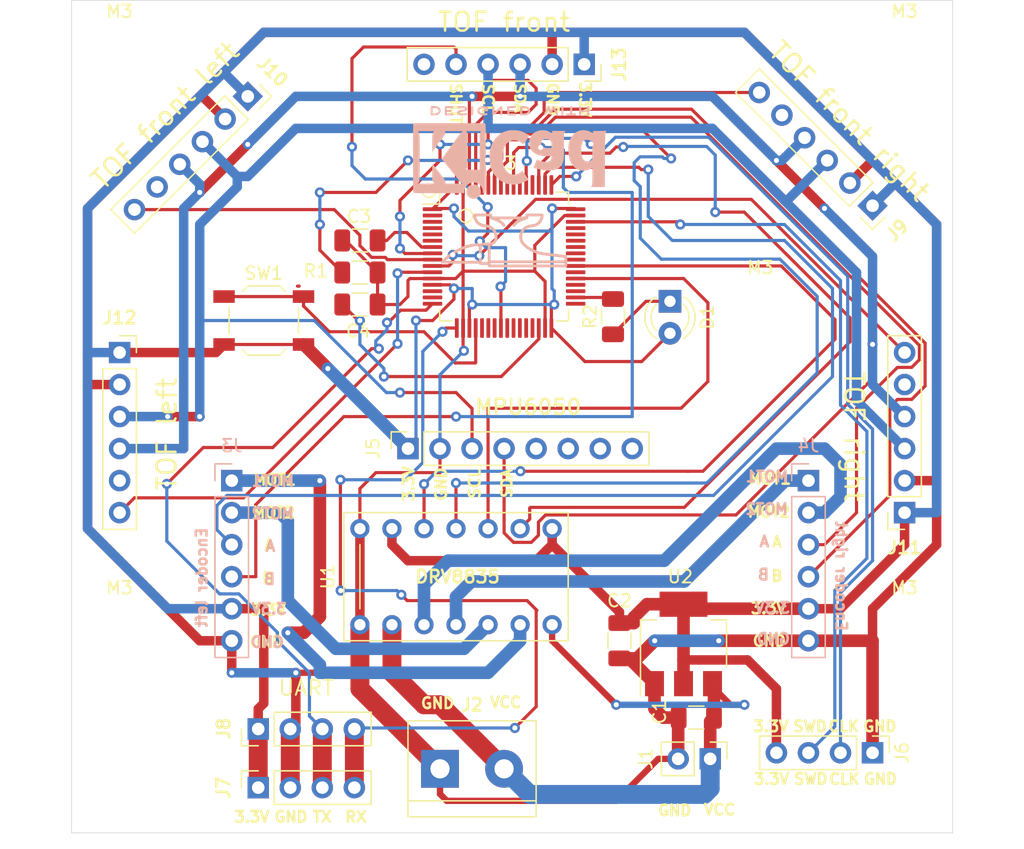
<source format=kicad_pcb>
(kicad_pcb (version 20171130) (host pcbnew "(5.1.0)-1")
  (layers (0 F.Cu signal) (31 B.Cu signal) (34 B.Paste user) (35 F.Paste user) (36 B.SilkS user) (37 F.SilkS user) (38 B.Mask user) (39 F.Mask user) (44 Edge.Cuts user))
  (net 0 "")
  (net 1 +3V3)
  (net 2 GND)
  (net 3 /SWCLK)
  (net 4 /SWDIO)
  (net 5 "Net-(C3-Pad1)")
  (net 6 /I2C1_SDA)
  (net 7 /I2C1_SCL)
  (net 8 "Net-(J5-Pad5)")
  (net 9 /F_SHUT)
  (net 10 "Net-(R1-Pad1)")
  (net 11 /L_SHUT)
  (net 12 /R_SHUT)
  (net 13 /FL_SHUT)
  (net 14 /FR_SHUT)
  (net 15 "Net-(C4-Pad1)")
  (net 16 VCC)
  (net 17 /L_ENC_B)
  (net 18 /L_ENC_A)
  (net 19 /L_MOT2)
  (net 20 /L_MOT1)
  (net 21 /R_ENC_B)
  (net 22 /R_ENC_A)
  (net 23 /R_MOT2)
  (net 24 /R_MOT1)
  (net 25 "Net-(J5-Pad8)")
  (net 26 "Net-(J5-Pad7)")
  (net 27 "Net-(J5-Pad6)")
  (net 28 /UART2_RX)
  (net 29 /UART2_TX)
  (net 30 "Net-(J9-Pad5)")
  (net 31 "Net-(J10-Pad5)")
  (net 32 "Net-(J11-Pad5)")
  (net 33 "Net-(J12-Pad5)")
  (net 34 "Net-(J13-Pad6)")
  (net 35 "Net-(SW1-Pad1)")
  (net 36 /PWM_R)
  (net 37 /DIR_R)
  (net 38 /PWM_L)
  (net 39 /DIR_L)
  (net 40 "Net-(U3-Pad57)")
  (net 41 "Net-(U3-Pad56)")
  (net 42 "Net-(U3-Pad54)")
  (net 43 "Net-(U3-Pad52)")
  (net 44 "Net-(U3-Pad45)")
  (net 45 "Net-(U3-Pad44)")
  (net 46 "Net-(U3-Pad43)")
  (net 47 "Net-(U3-Pad42)")
  (net 48 "Net-(U3-Pad41)")
  (net 49 "Net-(U3-Pad40)")
  (net 50 "Net-(U3-Pad38)")
  (net 51 "Net-(U3-Pad36)")
  (net 52 "Net-(U3-Pad35)")
  (net 53 "Net-(U3-Pad33)")
  (net 54 "Net-(U3-Pad29)")
  (net 55 "Net-(U3-Pad28)")
  (net 56 "Net-(U3-Pad27)")
  (net 57 "Net-(U3-Pad26)")
  (net 58 "Net-(U3-Pad25)")
  (net 59 "Net-(U3-Pad23)")
  (net 60 "Net-(U3-Pad22)")
  (net 61 "Net-(U3-Pad21)")
  (net 62 "Net-(U3-Pad15)")
  (net 63 "Net-(U3-Pad14)")
  (net 64 "Net-(U3-Pad6)")
  (net 65 "Net-(U3-Pad5)")
  (net 66 "Net-(U3-Pad4)")
  (net 67 "Net-(U3-Pad3)")
  (net 68 "Net-(U3-Pad2)")
  (net 69 "Net-(D1-Pad1)")
  (net 70 "Net-(R2-Pad2)")
  (module Resistor_SMD:R_1206_3216Metric (layer F.Cu) (at 164.84346 101.2952 90)
    (fp_text reference R2 (at 0 -1.82 90) (layer F.SilkS))
    (fp_text value 150R)
    (pad 2 smd roundrect (at 1.4 0 90) (size 1.25 1.75) (layers F.Cu F.Paste F.Mask) (roundrect_rratio 0.2) (net 70 "Net-(R2-Pad2)"))
    (pad 1 smd roundrect (at -1.4 0 90) (size 1.25 1.75) (layers F.Cu F.Paste F.Mask) (roundrect_rratio 0.2) (net 69 "Net-(D1-Pad1)"))
  )
  (module LED_THT:LED_D3.0mm (layer F.Cu) (at 169.35958 100.07346 270)
    (fp_text reference D1 (at 1.27 -2.96 270) (layer F.SilkS))
    (fp_text value LED)
    (pad 2 thru_hole circle (at 2.54 0 270) (size 1.8 1.8) (drill 0.9) (layers *.Cu *.Mask) (net 1 +3V3))
    (pad 1 thru_hole rect (at 0 0 270) (size 1.8 1.8) (drill 0.9) (layers *.Cu *.Mask) (net 69 "Net-(D1-Pad1)"))
  )
  (module MountingHole:MountingHole_3.2mm_M3 (layer F.Cu) (at 176.53 101.6)
    (fp_text reference M3 (at 0 -4.2) (layer F.SilkS))
    (fp_text value MountingHole_3.2mm_M3)
    (pad 1 np_thru_hole circle (at 0 0) (size 3.2 3.2) (drill 3.2) (layers *.Cu *.Mask))
  )
  (module WK_lib:Anvil_10x10mm (layer B.Cu) (at 156.21 95.25)
    (fp_text reference G*** hide)
    (fp_text value LOGO hide)
  )
  (module MountingHole:MountingHole_3.2mm_M3 (layer F.Cu) (at 187.96 127)
    (fp_text reference M3 (at 0 -4.2) (layer F.SilkS))
    (fp_text value MountingHole_3.2mm_M3)
    (pad 1 np_thru_hole circle (at 0 0) (size 3.2 3.2) (drill 3.2) (layers *.Cu *.Mask))
  )
  (module MountingHole:MountingHole_3.2mm_M3 (layer F.Cu) (at 125.73 127)
    (fp_text reference M3 (at 0 -4.2) (layer F.SilkS))
    (fp_text value MountingHole_3.2mm_M3)
    (pad 1 np_thru_hole circle (at 0 0) (size 3.2 3.2) (drill 3.2) (layers *.Cu *.Mask))
  )
  (module MountingHole:MountingHole_3.2mm_M3 (layer F.Cu) (at 187.96 81.28)
    (fp_text reference M3 (at 0 -4.2) (layer F.SilkS))
    (fp_text value MountingHole_3.2mm_M3)
    (pad 1 np_thru_hole circle (at 0 0) (size 3.2 3.2) (drill 3.2) (layers *.Cu *.Mask))
  )
  (module MountingHole:MountingHole_3.2mm_M3 (layer F.Cu) (at 125.73 81.28)
    (fp_text reference M3 (at 0 -4.2) (layer F.SilkS))
    (fp_text value MountingHole_3.2mm_M3)
    (pad 1 np_thru_hole circle (at 0 0) (size 3.2 3.2) (drill 3.2) (layers *.Cu *.Mask))
  )
  (module Symbol:KiCad-Logo2_6mm_SilkScreen (layer B.Cu) (at 156.6545 88.9635)
    (fp_text reference REF** hide)
    (fp_text value KiCad-Logo2_6mm_SilkScreen hide)
  )
  (module Connector_PinHeader_2.54mm:PinHeader_1x02_P2.54mm_Vertical (layer F.Cu) (at 172.55 136.37 270)
    (fp_text reference J1 (at 0 5.1005 270) (layer F.SilkS))
    (fp_text value POWER_IN)
    (pad 2 thru_hole oval (at 0 2.54 270) (size 1.7 1.7) (drill 1) (layers *.Cu *.Mask) (net 2 GND))
    (pad 1 thru_hole rect (at 0 0 270) (size 1.7 1.7) (drill 1) (layers *.Cu *.Mask) (net 16 VCC))
  )
  (module Connector_PinHeader_2.54mm:PinHeader_1x04_P2.54mm_Vertical (layer F.Cu) (at 185.42 135.89 270)
    (fp_text reference J6 (at 0 -2.33 270) (layer F.SilkS))
    (fp_text value SWD)
    (pad 4 thru_hole oval (at 0 7.62 270) (size 1.7 1.7) (drill 1) (layers *.Cu *.Mask) (net 1 +3V3))
    (pad 3 thru_hole oval (at 0 5.08 270) (size 1.7 1.7) (drill 1) (layers *.Cu *.Mask) (net 4 /SWDIO))
    (pad 2 thru_hole oval (at 0 2.54 270) (size 1.7 1.7) (drill 1) (layers *.Cu *.Mask) (net 3 /SWCLK))
    (pad 1 thru_hole rect (at 0 0 270) (size 1.7 1.7) (drill 1) (layers *.Cu *.Mask) (net 2 GND))
  )
  (module Connector_PinSocket_2.54mm:PinSocket_1x04_P2.54mm_Vertical (layer F.Cu) (at 136.72 138.65 90)
    (fp_text reference J7 (at 0 -2.77 90) (layer F.SilkS) (effects (font (thickness 0.2))))
    (fp_text value UART_female)
    (pad 4 thru_hole oval (at 0 7.62 90) (size 1.7 1.7) (drill 1) (layers *.Cu *.Mask) (net 28 /UART2_RX))
    (pad 3 thru_hole oval (at 0 5.08 90) (size 1.7 1.7) (drill 1) (layers *.Cu *.Mask) (net 29 /UART2_TX))
    (pad 2 thru_hole oval (at 0 2.54 90) (size 1.7 1.7) (drill 1) (layers *.Cu *.Mask) (net 2 GND))
    (pad 1 thru_hole rect (at 0 0 90) (size 1.7 1.7) (drill 1) (layers *.Cu *.Mask) (net 1 +3V3))
  )
  (module Connector_PinSocket_2.54mm:PinSocket_1x08_P2.54mm_Vertical (layer F.Cu) (at 148.59 111.76 90)
    (fp_text reference J5 (at 0 -2.77 90) (layer F.SilkS))
    (fp_text value MPU6050_I2C_IMU)
    (pad 8 thru_hole oval (at 0 17.78 90) (size 1.7 1.7) (drill 1) (layers *.Cu *.Mask) (net 25 "Net-(J5-Pad8)"))
    (pad 7 thru_hole oval (at 0 15.24 90) (size 1.7 1.7) (drill 1) (layers *.Cu *.Mask) (net 26 "Net-(J5-Pad7)"))
    (pad 6 thru_hole oval (at 0 12.7 90) (size 1.7 1.7) (drill 1) (layers *.Cu *.Mask) (net 27 "Net-(J5-Pad6)"))
    (pad 5 thru_hole oval (at 0 10.16 90) (size 1.7 1.7) (drill 1) (layers *.Cu *.Mask) (net 8 "Net-(J5-Pad5)"))
    (pad 4 thru_hole oval (at 0 7.62 90) (size 1.7 1.7) (drill 1) (layers *.Cu *.Mask) (net 6 /I2C1_SDA))
    (pad 3 thru_hole oval (at 0 5.08 90) (size 1.7 1.7) (drill 1) (layers *.Cu *.Mask) (net 7 /I2C1_SCL))
    (pad 2 thru_hole oval (at 0 2.54 90) (size 1.7 1.7) (drill 1) (layers *.Cu *.Mask) (net 2 GND))
    (pad 1 thru_hole rect (at 0 0 90) (size 1.7 1.7) (drill 1) (layers *.Cu *.Mask) (net 1 +3V3))
  )
  (module Connector_PinSocket_2.54mm:PinSocket_1x06_P2.54mm_Vertical (layer B.Cu) (at 180.34 114.3 180)
    (fp_text reference J4 (at 0 2.77 180) (layer B.SilkS) (effects (justify mirror)))
    (fp_text value Encoder_right)
    (pad 6 thru_hole oval (at 0 -12.7 180) (size 1.7 1.7) (drill 1) (layers *.Cu *.Mask) (net 2 GND))
    (pad 5 thru_hole oval (at 0 -10.16 180) (size 1.7 1.7) (drill 1) (layers *.Cu *.Mask) (net 1 +3V3))
    (pad 4 thru_hole oval (at 0 -7.62 180) (size 1.7 1.7) (drill 1) (layers *.Cu *.Mask) (net 21 /R_ENC_B))
    (pad 3 thru_hole oval (at 0 -5.08 180) (size 1.7 1.7) (drill 1) (layers *.Cu *.Mask) (net 22 /R_ENC_A))
    (pad 2 thru_hole oval (at 0 -2.54 180) (size 1.7 1.7) (drill 1) (layers *.Cu *.Mask) (net 23 /R_MOT2))
    (pad 1 thru_hole rect (at 0 0 180) (size 1.7 1.7) (drill 1) (layers *.Cu *.Mask) (net 24 /R_MOT1))
  )
  (module Connector_PinSocket_2.54mm:PinSocket_1x06_P2.54mm_Vertical (layer B.Cu) (at 134.62 114.3 180)
    (fp_text reference J3 (at 0 2.77 180) (layer B.SilkS) (effects (justify mirror)))
    (fp_text value Encoder_left)
    (pad 6 thru_hole oval (at 0 -12.7 180) (size 1.7 1.7) (drill 1) (layers *.Cu *.Mask) (net 2 GND))
    (pad 5 thru_hole oval (at 0 -10.16 180) (size 1.7 1.7) (drill 1) (layers *.Cu *.Mask) (net 1 +3V3))
    (pad 4 thru_hole oval (at 0 -7.62 180) (size 1.7 1.7) (drill 1) (layers *.Cu *.Mask) (net 17 /L_ENC_B))
    (pad 3 thru_hole oval (at 0 -5.08 180) (size 1.7 1.7) (drill 1) (layers *.Cu *.Mask) (net 18 /L_ENC_A))
    (pad 2 thru_hole oval (at 0 -2.54 180) (size 1.7 1.7) (drill 1) (layers *.Cu *.Mask) (net 19 /L_MOT2))
    (pad 1 thru_hole rect (at 0 0 180) (size 1.7 1.7) (drill 1) (layers *.Cu *.Mask) (net 20 /L_MOT1))
  )
  (module WK_lib:Pololu_DRV8835_rev (layer F.Cu) (at 152.4 121.92 90)
    (fp_text reference U1 (at 0 -10.16 90) (layer F.SilkS))
    (fp_text value Pololu_DRV8835)
    (pad 14 thru_hole circle (at 3.81 -7.62 90) (size 1.524 1.524) (drill 0.9) (layers *.Cu *.Mask) (net 2 GND))
    (pad 13 thru_hole circle (at 3.81 -5.08 90) (size 1.524 1.524) (drill 0.9) (layers *.Cu *.Mask) (net 1 +3V3))
    (pad 12 thru_hole circle (at 3.81 -2.54 90) (size 1.524 1.524) (drill 0.9) (layers *.Cu *.Mask) (net 36 /PWM_R))
    (pad 11 thru_hole circle (at 3.81 0 90) (size 1.524 1.524) (drill 0.9) (layers *.Cu *.Mask) (net 37 /DIR_R))
    (pad 10 thru_hole circle (at 3.81 2.54 90) (size 1.524 1.524) (drill 0.9) (layers *.Cu *.Mask) (net 38 /PWM_L))
    (pad 9 thru_hole circle (at 3.81 5.08 90) (size 1.524 1.524) (drill 0.9) (layers *.Cu *.Mask) (net 39 /DIR_L))
    (pad 8 thru_hole circle (at 3.81 7.62 90) (size 1.524 1.524) (drill 0.9) (layers *.Cu *.Mask) (net 1 +3V3))
    (pad 7 thru_hole circle (at -3.81 7.62 90) (size 1.524 1.524) (drill 0.9) (layers *.Cu *.Mask) (net 16 VCC))
    (pad 6 thru_hole circle (at -3.81 5.08 90) (size 1.524 1.524) (drill 0.9) (layers *.Cu *.Mask) (net 20 /L_MOT1))
    (pad 5 thru_hole circle (at -3.81 2.54 90) (size 1.524 1.524) (drill 0.9) (layers *.Cu *.Mask) (net 19 /L_MOT2))
    (pad 4 thru_hole circle (at -3.81 0 90) (size 1.524 1.524) (drill 0.9) (layers *.Cu *.Mask) (net 24 /R_MOT1))
    (pad 3 thru_hole circle (at -3.81 -2.54 90) (size 1.524 1.524) (drill 0.9) (layers *.Cu *.Mask) (net 23 /R_MOT2))
    (pad 2 thru_hole circle (at -3.81 -5.08 90) (size 1.524 1.524) (drill 0.9) (layers *.Cu *.Mask) (net 16 VCC))
    (pad 1 thru_hole circle (at -3.81 -7.62 90) (size 1.524 1.524) (drill 0.9) (layers *.Cu *.Mask) (net 2 GND))
  )
  (module Button_Switch_SMD:SW_SPST_TL3342 (layer F.Cu) (at 137.16 101.6)
    (fp_text reference SW1 (at 0 -3.75) (layer F.SilkS))
    (fp_text value SW_Push)
    (pad 2 smd rect (at 3.15 1.9) (size 1.7 1) (layers F.Cu F.Paste F.Mask) (net 1 +3V3))
    (pad 2 smd rect (at -3.15 1.9) (size 1.7 1) (layers F.Cu F.Paste F.Mask) (net 1 +3V3))
    (pad 1 smd rect (at 3.15 -1.9) (size 1.7 1) (layers F.Cu F.Paste F.Mask) (net 35 "Net-(SW1-Pad1)"))
    (pad 1 smd rect (at -3.15 -1.9) (size 1.7 1) (layers F.Cu F.Paste F.Mask) (net 35 "Net-(SW1-Pad1)"))
  )
  (module Connector_PinHeader_2.54mm:PinHeader_1x04_P2.54mm_Vertical (layer F.Cu) (at 136.72 134 90)
    (fp_text reference J8 (at 0.015 -2.735 90) (layer F.SilkS) (effects (font (thickness 0.2))))
    (fp_text value UART_male)
    (pad 4 thru_hole oval (at 0 7.62 90) (size 1.7 1.7) (drill 1) (layers *.Cu *.Mask) (net 28 /UART2_RX))
    (pad 3 thru_hole oval (at 0 5.08 90) (size 1.7 1.7) (drill 1) (layers *.Cu *.Mask) (net 29 /UART2_TX))
    (pad 2 thru_hole oval (at 0 2.54 90) (size 1.7 1.7) (drill 1) (layers *.Cu *.Mask) (net 2 GND))
    (pad 1 thru_hole rect (at 0 0 90) (size 1.7 1.7) (drill 1) (layers *.Cu *.Mask) (net 1 +3V3))
  )
  (module TerminalBlock:TerminalBlock_bornier-2_P5.08mm (layer F.Cu) (at 151.13 137.16)
    (fp_text reference J2 (at 2.54 -5.08) (layer F.SilkS) (effects (font (thickness 0.2))))
    (fp_text value MOTOR_POWER_IN)
    (pad 2 thru_hole circle (at 5.08 0) (size 3 3) (drill 1.52) (layers *.Cu *.Mask) (net 16 VCC))
    (pad 1 thru_hole rect (at 0 0) (size 3 3) (drill 1.52) (layers *.Cu *.Mask) (net 2 GND))
  )
  (module Capacitor_SMD:C_1206_3216Metric (layer F.Cu) (at 144.78 95.25 180)
    (fp_text reference C3 (at 0.0635 1.905) (layer F.SilkS))
    (fp_text value 2,2uF)
    (pad 2 smd roundrect (at 1.4 0 180) (size 1.25 1.75) (layers F.Cu F.Paste F.Mask) (roundrect_rratio 0.2) (net 2 GND))
    (pad 1 smd roundrect (at -1.4 0 180) (size 1.25 1.75) (layers F.Cu F.Paste F.Mask) (roundrect_rratio 0.2) (net 5 "Net-(C3-Pad1)"))
  )
  (module Connector_PinSocket_2.54mm:PinSocket_1x06_P2.54mm_Vertical (layer F.Cu) (at 162.56 81.28 270)
    (fp_text reference J13 (at 0 -2.77 270) (layer F.SilkS) (effects (font (thickness 0.2))))
    (fp_text value Tof_front)
    (pad 6 thru_hole oval (at 0 12.7 270) (size 1.7 1.7) (drill 1) (layers *.Cu *.Mask) (net 34 "Net-(J13-Pad6)"))
    (pad 5 thru_hole oval (at 0 10.16 270) (size 1.7 1.7) (drill 1) (layers *.Cu *.Mask) (net 9 /F_SHUT))
    (pad 4 thru_hole oval (at 0 7.62 270) (size 1.7 1.7) (drill 1) (layers *.Cu *.Mask) (net 7 /I2C1_SCL))
    (pad 3 thru_hole oval (at 0 5.08 270) (size 1.7 1.7) (drill 1) (layers *.Cu *.Mask) (net 6 /I2C1_SDA))
    (pad 2 thru_hole oval (at 0 2.54 270) (size 1.7 1.7) (drill 1) (layers *.Cu *.Mask) (net 2 GND))
    (pad 1 thru_hole rect (at 0 0 270) (size 1.7 1.7) (drill 1) (layers *.Cu *.Mask) (net 1 +3V3))
  )
  (module Connector_PinSocket_2.54mm:PinSocket_1x06_P2.54mm_Vertical (layer F.Cu) (at 125.73 104.14)
    (fp_text reference J12 (at 0 -2.77) (layer F.SilkS) (effects (font (thickness 0.2))))
    (fp_text value ToF_left)
    (pad 6 thru_hole oval (at 0 12.7) (size 1.7 1.7) (drill 1) (layers *.Cu *.Mask) (net 11 /L_SHUT))
    (pad 5 thru_hole oval (at 0 10.16) (size 1.7 1.7) (drill 1) (layers *.Cu *.Mask) (net 33 "Net-(J12-Pad5)"))
    (pad 4 thru_hole oval (at 0 7.62) (size 1.7 1.7) (drill 1) (layers *.Cu *.Mask) (net 6 /I2C1_SDA))
    (pad 3 thru_hole oval (at 0 5.08) (size 1.7 1.7) (drill 1) (layers *.Cu *.Mask) (net 7 /I2C1_SCL))
    (pad 2 thru_hole oval (at 0 2.54) (size 1.7 1.7) (drill 1) (layers *.Cu *.Mask) (net 2 GND))
    (pad 1 thru_hole rect (at 0 0) (size 1.7 1.7) (drill 1) (layers *.Cu *.Mask) (net 1 +3V3))
  )
  (module Connector_PinSocket_2.54mm:PinSocket_1x06_P2.54mm_Vertical (layer F.Cu) (at 187.96 116.84 180)
    (fp_text reference J11 (at 0 -2.77 180) (layer F.SilkS) (effects (font (thickness 0.2))))
    (fp_text value ToF_right)
    (pad 6 thru_hole oval (at 0 12.7 180) (size 1.7 1.7) (drill 1) (layers *.Cu *.Mask) (net 12 /R_SHUT))
    (pad 5 thru_hole oval (at 0 10.16 180) (size 1.7 1.7) (drill 1) (layers *.Cu *.Mask) (net 32 "Net-(J11-Pad5)"))
    (pad 4 thru_hole oval (at 0 7.62 180) (size 1.7 1.7) (drill 1) (layers *.Cu *.Mask) (net 6 /I2C1_SDA))
    (pad 3 thru_hole oval (at 0 5.08 180) (size 1.7 1.7) (drill 1) (layers *.Cu *.Mask) (net 7 /I2C1_SCL))
    (pad 2 thru_hole oval (at 0 2.54 180) (size 1.7 1.7) (drill 1) (layers *.Cu *.Mask) (net 2 GND))
    (pad 1 thru_hole rect (at 0 0 180) (size 1.7 1.7) (drill 1) (layers *.Cu *.Mask) (net 1 +3V3))
  )
  (module Connector_PinSocket_2.54mm:PinSocket_1x06_P2.54mm_Vertical (layer F.Cu) (at 135.89 83.82 315)
    (fp_text reference J10 (at 0 -2.77 315) (layer F.SilkS) (effects (font (thickness 0.2))))
    (fp_text value Tof_front_left)
    (pad 6 thru_hole oval (at 0 12.7 315) (size 1.7 1.7) (drill 1) (layers *.Cu *.Mask) (net 13 /FL_SHUT))
    (pad 5 thru_hole oval (at 0 10.16 315) (size 1.7 1.7) (drill 1) (layers *.Cu *.Mask) (net 31 "Net-(J10-Pad5)"))
    (pad 4 thru_hole oval (at 0 7.62 315) (size 1.7 1.7) (drill 1) (layers *.Cu *.Mask) (net 6 /I2C1_SDA))
    (pad 3 thru_hole oval (at 0 5.08 315) (size 1.7 1.7) (drill 1) (layers *.Cu *.Mask) (net 7 /I2C1_SCL))
    (pad 2 thru_hole oval (at 0 2.54 315) (size 1.7 1.7) (drill 1) (layers *.Cu *.Mask) (net 2 GND))
    (pad 1 thru_hole rect (at 0 0 315) (size 1.7 1.7) (drill 1) (layers *.Cu *.Mask) (net 1 +3V3))
  )
  (module Connector_PinSocket_2.54mm:PinSocket_1x06_P2.54mm_Vertical (layer F.Cu) (at 185.42 92.492102 225)
    (fp_text reference J9 (at 0 -2.77 225) (layer F.SilkS) (effects (font (thickness 0.2))))
    (fp_text value Tof_front_right)
    (pad 6 thru_hole oval (at 0 12.7 225) (size 1.7 1.7) (drill 1) (layers *.Cu *.Mask) (net 14 /FR_SHUT))
    (pad 5 thru_hole oval (at 0 10.16 225) (size 1.7 1.7) (drill 1) (layers *.Cu *.Mask) (net 30 "Net-(J9-Pad5)"))
    (pad 4 thru_hole oval (at 0 7.62 225) (size 1.7 1.7) (drill 1) (layers *.Cu *.Mask) (net 6 /I2C1_SDA))
    (pad 3 thru_hole oval (at 0 5.08 225) (size 1.7 1.7) (drill 1) (layers *.Cu *.Mask) (net 7 /I2C1_SCL))
    (pad 2 thru_hole oval (at 0 2.54 225) (size 1.7 1.7) (drill 1) (layers *.Cu *.Mask) (net 2 GND))
    (pad 1 thru_hole rect (at 0 0 225) (size 1.7 1.7) (drill 1) (layers *.Cu *.Mask) (net 1 +3V3))
  )
  (module Resistor_SMD:R_1206_3216Metric (layer F.Cu) (at 144.78 97.79)
    (fp_text reference R1 (at -3.4925 -0.127 180) (layer F.SilkS))
    (fp_text value 10k)
    (pad 2 smd roundrect (at 1.4 0) (size 1.25 1.75) (layers F.Cu F.Paste F.Mask) (roundrect_rratio 0.2) (net 2 GND))
    (pad 1 smd roundrect (at -1.4 0) (size 1.25 1.75) (layers F.Cu F.Paste F.Mask) (roundrect_rratio 0.2) (net 10 "Net-(R1-Pad1)"))
  )
  (module Capacitor_SMD:C_1206_3216Metric (layer F.Cu) (at 144.78 100.33)
    (fp_text reference C4 (at -0.127 2.0955 180) (layer F.SilkS))
    (fp_text value 2,2uF)
    (pad 2 smd roundrect (at 1.4 0) (size 1.25 1.75) (layers F.Cu F.Paste F.Mask) (roundrect_rratio 0.2) (net 2 GND))
    (pad 1 smd roundrect (at -1.4 0) (size 1.25 1.75) (layers F.Cu F.Paste F.Mask) (roundrect_rratio 0.2) (net 15 "Net-(C4-Pad1)"))
  )
  (module Package_TO_SOT_SMD:SOT-223-3_TabPin2 (layer F.Cu) (at 170.434 127.254 90)
    (fp_text reference U2 (at 5.334 -0.254 180) (layer F.SilkS))
    (fp_text value AMS1117-3.3)
    (pad 1 smd rect (at -3.15 -2.3 90) (size 2 1.5) (layers F.Cu F.Paste F.Mask) (net 2 GND))
    (pad 3 smd rect (at -3.15 2.3 90) (size 2 1.5) (layers F.Cu F.Paste F.Mask) (net 16 VCC))
    (pad 2 smd rect (at -3.15 0 90) (size 2 1.5) (layers F.Cu F.Paste F.Mask) (net 1 +3V3))
    (pad 2 smd rect (at 3.15 0 90) (size 2 3.8) (layers F.Cu F.Paste F.Mask) (net 1 +3V3))
  )
  (module Capacitor_SMD:C_1206_3216Metric (layer F.Cu) (at 165.354 127 270)
    (fp_text reference C2 (at -3.175 0) (layer F.SilkS))
    (fp_text value 100nF)
    (pad 2 smd roundrect (at 1.4 0 270) (size 1.25 1.75) (layers F.Cu F.Paste F.Mask) (roundrect_rratio 0.2) (net 2 GND))
    (pad 1 smd roundrect (at -1.4 0 270) (size 1.25 1.75) (layers F.Cu F.Paste F.Mask) (roundrect_rratio 0.2) (net 1 +3V3))
  )
  (module Capacitor_SMD:C_1206_3216Metric (layer F.Cu) (at 171.45 133.096 180)
    (fp_text reference C1 (at 2.921 0.4445 270) (layer F.SilkS))
    (fp_text value 100nF)
    (pad 2 smd roundrect (at 1.4 0 180) (size 1.25 1.75) (layers F.Cu F.Paste F.Mask) (roundrect_rratio 0.2) (net 2 GND))
    (pad 1 smd roundrect (at -1.4 0 180) (size 1.25 1.75) (layers F.Cu F.Paste F.Mask) (roundrect_rratio 0.2) (net 16 VCC))
  )
  (module Package_QFP:LQFP-64_10x10mm_P0.5mm (layer F.Cu) (at 156.21 96.52)
    (fp_text reference U3 (at 0 -7.4) (layer F.SilkS))
    (fp_text value STM32F411RET6)
    (pad 64 smd roundrect (at -3.75 -5.675) (size 0.3 1.55) (layers F.Cu F.Paste F.Mask) (net 1 +3V3))
    (pad 63 smd roundrect (at -3.25 -5.675) (size 0.3 1.55) (layers F.Cu F.Paste F.Mask) (net 2 GND))
    (pad 62 smd roundrect (at -2.75 -5.675) (size 0.3 1.55) (layers F.Cu F.Paste F.Mask) (net 6 /I2C1_SDA))
    (pad 61 smd roundrect (at -2.25 -5.675) (size 0.3 1.55) (layers F.Cu F.Paste F.Mask) (net 7 /I2C1_SCL))
    (pad 60 smd roundrect (at -1.75 -5.675) (size 0.3 1.55) (layers F.Cu F.Paste F.Mask) (net 10 "Net-(R1-Pad1)"))
    (pad 59 smd roundrect (at -1.25 -5.675) (size 0.3 1.55) (layers F.Cu F.Paste F.Mask) (net 21 /R_ENC_B))
    (pad 58 smd roundrect (at -0.75 -5.675) (size 0.3 1.55) (layers F.Cu F.Paste F.Mask) (net 22 /R_ENC_A))
    (pad 57 smd roundrect (at -0.25 -5.675) (size 0.3 1.55) (layers F.Cu F.Paste F.Mask) (net 40 "Net-(U3-Pad57)"))
    (pad 56 smd roundrect (at 0.25 -5.675) (size 0.3 1.55) (layers F.Cu F.Paste F.Mask) (net 41 "Net-(U3-Pad56)"))
    (pad 55 smd roundrect (at 0.75 -5.675) (size 0.3 1.55) (layers F.Cu F.Paste F.Mask) (net 17 /L_ENC_B))
    (pad 54 smd roundrect (at 1.25 -5.675) (size 0.3 1.55) (layers F.Cu F.Paste F.Mask) (net 42 "Net-(U3-Pad54)"))
    (pad 53 smd roundrect (at 1.75 -5.675) (size 0.3 1.55) (layers F.Cu F.Paste F.Mask) (net 37 /DIR_R))
    (pad 52 smd roundrect (at 2.25 -5.675) (size 0.3 1.55) (layers F.Cu F.Paste F.Mask) (net 43 "Net-(U3-Pad52)"))
    (pad 51 smd roundrect (at 2.75 -5.675) (size 0.3 1.55) (layers F.Cu F.Paste F.Mask) (net 39 /DIR_L))
    (pad 50 smd roundrect (at 3.25 -5.675) (size 0.3 1.55) (layers F.Cu F.Paste F.Mask) (net 18 /L_ENC_A))
    (pad 49 smd roundrect (at 3.75 -5.675) (size 0.3 1.55) (layers F.Cu F.Paste F.Mask) (net 3 /SWCLK))
    (pad 48 smd roundrect (at 5.675 -3.75) (size 1.55 0.3) (layers F.Cu F.Paste F.Mask) (net 1 +3V3))
    (pad 47 smd roundrect (at 5.675 -3.25) (size 1.55 0.3) (layers F.Cu F.Paste F.Mask) (net 2 GND))
    (pad 46 smd roundrect (at 5.675 -2.75) (size 1.55 0.3) (layers F.Cu F.Paste F.Mask) (net 4 /SWDIO))
    (pad 45 smd roundrect (at 5.675 -2.25) (size 1.55 0.3) (layers F.Cu F.Paste F.Mask) (net 44 "Net-(U3-Pad45)"))
    (pad 44 smd roundrect (at 5.675 -1.75) (size 1.55 0.3) (layers F.Cu F.Paste F.Mask) (net 45 "Net-(U3-Pad44)"))
    (pad 43 smd roundrect (at 5.675 -1.25) (size 1.55 0.3) (layers F.Cu F.Paste F.Mask) (net 46 "Net-(U3-Pad43)"))
    (pad 42 smd roundrect (at 5.675 -0.75) (size 1.55 0.3) (layers F.Cu F.Paste F.Mask) (net 47 "Net-(U3-Pad42)"))
    (pad 41 smd roundrect (at 5.675 -0.25) (size 1.55 0.3) (layers F.Cu F.Paste F.Mask) (net 48 "Net-(U3-Pad41)"))
    (pad 40 smd roundrect (at 5.675 0.25) (size 1.55 0.3) (layers F.Cu F.Paste F.Mask) (net 49 "Net-(U3-Pad40)"))
    (pad 39 smd roundrect (at 5.675 0.75) (size 1.55 0.3) (layers F.Cu F.Paste F.Mask) (net 36 /PWM_R))
    (pad 38 smd roundrect (at 5.675 1.25) (size 1.55 0.3) (layers F.Cu F.Paste F.Mask) (net 50 "Net-(U3-Pad38)"))
    (pad 37 smd roundrect (at 5.675 1.75) (size 1.55 0.3) (layers F.Cu F.Paste F.Mask) (net 38 /PWM_L))
    (pad 36 smd roundrect (at 5.675 2.25) (size 1.55 0.3) (layers F.Cu F.Paste F.Mask) (net 51 "Net-(U3-Pad36)"))
    (pad 35 smd roundrect (at 5.675 2.75) (size 1.55 0.3) (layers F.Cu F.Paste F.Mask) (net 52 "Net-(U3-Pad35)"))
    (pad 34 smd roundrect (at 5.675 3.25) (size 1.55 0.3) (layers F.Cu F.Paste F.Mask) (net 70 "Net-(R2-Pad2)"))
    (pad 33 smd roundrect (at 5.675 3.75) (size 1.55 0.3) (layers F.Cu F.Paste F.Mask) (net 53 "Net-(U3-Pad33)"))
    (pad 32 smd roundrect (at 3.75 5.675) (size 0.3 1.55) (layers F.Cu F.Paste F.Mask) (net 1 +3V3))
    (pad 31 smd roundrect (at 3.25 5.675) (size 0.3 1.55) (layers F.Cu F.Paste F.Mask) (net 2 GND))
    (pad 30 smd roundrect (at 2.75 5.675) (size 0.3 1.55) (layers F.Cu F.Paste F.Mask) (net 15 "Net-(C4-Pad1)"))
    (pad 29 smd roundrect (at 2.25 5.675) (size 0.3 1.55) (layers F.Cu F.Paste F.Mask) (net 54 "Net-(U3-Pad29)"))
    (pad 28 smd roundrect (at 1.75 5.675) (size 0.3 1.55) (layers F.Cu F.Paste F.Mask) (net 55 "Net-(U3-Pad28)"))
    (pad 27 smd roundrect (at 1.25 5.675) (size 0.3 1.55) (layers F.Cu F.Paste F.Mask) (net 56 "Net-(U3-Pad27)"))
    (pad 26 smd roundrect (at 0.75 5.675) (size 0.3 1.55) (layers F.Cu F.Paste F.Mask) (net 57 "Net-(U3-Pad26)"))
    (pad 25 smd roundrect (at 0.25 5.675) (size 0.3 1.55) (layers F.Cu F.Paste F.Mask) (net 58 "Net-(U3-Pad25)"))
    (pad 24 smd roundrect (at -0.25 5.675) (size 0.3 1.55) (layers F.Cu F.Paste F.Mask) (net 9 /F_SHUT))
    (pad 23 smd roundrect (at -0.75 5.675) (size 0.3 1.55) (layers F.Cu F.Paste F.Mask) (net 59 "Net-(U3-Pad23)"))
    (pad 22 smd roundrect (at -1.25 5.675) (size 0.3 1.55) (layers F.Cu F.Paste F.Mask) (net 60 "Net-(U3-Pad22)"))
    (pad 21 smd roundrect (at -1.75 5.675) (size 0.3 1.55) (layers F.Cu F.Paste F.Mask) (net 61 "Net-(U3-Pad21)"))
    (pad 20 smd roundrect (at -2.25 5.675) (size 0.3 1.55) (layers F.Cu F.Paste F.Mask) (net 35 "Net-(SW1-Pad1)"))
    (pad 19 smd roundrect (at -2.75 5.675) (size 0.3 1.55) (layers F.Cu F.Paste F.Mask) (net 1 +3V3))
    (pad 18 smd roundrect (at -3.25 5.675) (size 0.3 1.55) (layers F.Cu F.Paste F.Mask) (net 2 GND))
    (pad 17 smd roundrect (at -3.75 5.675) (size 0.3 1.55) (layers F.Cu F.Paste F.Mask) (net 28 /UART2_RX))
    (pad 16 smd roundrect (at -5.675 3.75) (size 1.55 0.3) (layers F.Cu F.Paste F.Mask) (net 29 /UART2_TX))
    (pad 15 smd roundrect (at -5.675 3.25) (size 1.55 0.3) (layers F.Cu F.Paste F.Mask) (net 62 "Net-(U3-Pad15)"))
    (pad 14 smd roundrect (at -5.675 2.75) (size 1.55 0.3) (layers F.Cu F.Paste F.Mask) (net 63 "Net-(U3-Pad14)"))
    (pad 13 smd roundrect (at -5.675 2.25) (size 1.55 0.3) (layers F.Cu F.Paste F.Mask) (net 1 +3V3))
    (pad 12 smd roundrect (at -5.675 1.75) (size 1.55 0.3) (layers F.Cu F.Paste F.Mask) (net 2 GND))
    (pad 11 smd roundrect (at -5.675 1.25) (size 1.55 0.3) (layers F.Cu F.Paste F.Mask) (net 11 /L_SHUT))
    (pad 10 smd roundrect (at -5.675 0.75) (size 1.55 0.3) (layers F.Cu F.Paste F.Mask) (net 12 /R_SHUT))
    (pad 9 smd roundrect (at -5.675 0.25) (size 1.55 0.3) (layers F.Cu F.Paste F.Mask) (net 13 /FL_SHUT))
    (pad 8 smd roundrect (at -5.675 -0.25) (size 1.55 0.3) (layers F.Cu F.Paste F.Mask) (net 14 /FR_SHUT))
    (pad 7 smd roundrect (at -5.675 -0.75) (size 1.55 0.3) (layers F.Cu F.Paste F.Mask) (net 5 "Net-(C3-Pad1)"))
    (pad 6 smd roundrect (at -5.675 -1.25) (size 1.55 0.3) (layers F.Cu F.Paste F.Mask) (net 64 "Net-(U3-Pad6)"))
    (pad 5 smd roundrect (at -5.675 -1.75) (size 1.55 0.3) (layers F.Cu F.Paste F.Mask) (net 65 "Net-(U3-Pad5)"))
    (pad 4 smd roundrect (at -5.675 -2.25) (size 1.55 0.3) (layers F.Cu F.Paste F.Mask) (net 66 "Net-(U3-Pad4)"))
    (pad 3 smd roundrect (at -5.675 -2.75) (size 1.55 0.3) (layers F.Cu F.Paste F.Mask) (net 67 "Net-(U3-Pad3)"))
    (pad 2 smd roundrect (at -5.675 -3.25) (size 1.55 0.3) (layers F.Cu F.Paste F.Mask) (net 68 "Net-(U3-Pad2)"))
    (pad 1 smd roundrect (at -5.675 -3.75) (size 1.55 0.3) (layers F.Cu F.Paste F.Mask) (net 1 +3V3))
  )
  (gr_text SWD (at 180.52034 137.96772) (layer F.SilkS) (effects (font (size 0.85 0.85) (thickness 0.2))))
  (gr_text CLK (at 183.18734 137.96772) (layer F.SilkS) (effects (font (size 0.85 0.85) (thickness 0.2))))
  (gr_text 3.3V (at 177.40884 137.96772) (layer F.SilkS) (effects (font (size 0.85 0.85) (thickness 0.2))))
  (gr_text GND (at 186.04484 137.96772) (layer F.SilkS) (effects (font (size 0.85 0.85) (thickness 0.2))))
  (gr_circle (center 150.25116 91.30792) (end 150.77694 91.37396) (layer F.SilkS) (width 0.12))
  (gr_circle (center 153.19248 93.30182) (end 153.71826 93.36786) (layer F.SilkS) (width 0.12))
  (gr_text SHUT (at 152.38476 84.4169 270) (layer F.SilkS) (effects (font (size 0.85 0.85) (thickness 0.2))))
  (gr_text SCL (at 154.93746 84.03082 270) (layer F.SilkS) (effects (font (size 0.85 0.85) (thickness 0.2))))
  (gr_text GND (at 160.05556 84.04606 270) (layer F.SilkS) (effects (font (size 0.85 0.85) (thickness 0.2))))
  (gr_text 3.3V (at 162.62858 84.06384 270) (layer F.SilkS) (effects (font (size 0.85 0.85) (thickness 0.2))))
  (gr_text SDA (at 157.45968 83.96732 270) (layer F.SilkS) (effects (font (size 0.8 0.8) (thickness 0.2))))
  (gr_text B (at 177.84064 121.8565) (layer F.SilkS) (effects (font (size 0.85 0.85) (thickness 0.2))))
  (gr_text GND (at 177.2412 127.01524) (layer F.SilkS) (effects (font (size 0.85 0.85) (thickness 0.2))))
  (gr_text 3.3V (at 177.16754 124.43714) (layer F.SilkS) (effects (font (size 0.85 0.85) (thickness 0.2))))
  (gr_text MOT2 (at 177.2031 116.77396) (layer F.SilkS) (effects (font (size 0.85 0.85) (thickness 0.2))))
  (gr_text MOT1 (at 177.27676 114.15776) (layer F.SilkS) (effects (font (size 0.85 0.85) (thickness 0.2))))
  (gr_text A (at 177.84064 119.16664) (layer F.SilkS) (effects (font (size 0.85 0.85) (thickness 0.2))))
  (gr_text A (at 137.58418 119.39016) (layer F.SilkS) (effects (font (size 0.85 0.85) (thickness 0.2))))
  (gr_text B (at 137.47242 122.04446) (layer F.SilkS) (effects (font (size 0.85 0.85) (thickness 0.2))))
  (gr_text GND (at 137.36066 127.09144) (layer F.SilkS) (effects (font (size 0.85 0.85) (thickness 0.2))))
  (gr_text 3.3V (at 137.50798 124.5489) (layer F.SilkS) (effects (font (size 0.85 0.85) (thickness 0.2))))
  (gr_text MOT2 (at 137.95756 116.84762) (layer F.SilkS) (effects (font (size 0.85 0.85) (thickness 0.2))))
  (gr_text MOT1 (at 138.03122 114.23142) (layer F.SilkS) (effects (font (size 0.85 0.85) (thickness 0.2))))
  (gr_text SCL (at 153.88082 114.53622 90) (layer F.SilkS) (effects (font (size 0.85 0.85) (thickness 0.2))))
  (gr_text SDA (at 156.43352 114.5159 90) (layer F.SilkS) (effects (font (size 0.8 0.8) (thickness 0.2))))
  (gr_text 3.3V (at 148.64588 114.554 90) (layer F.SilkS) (effects (font (size 0.85 0.85) (thickness 0.2))))
  (gr_text GND (at 151.2189 114.57178 90) (layer F.SilkS) (effects (font (size 0.85 0.85) (thickness 0.2))))
  (gr_text "Encoder left" (at 132.23494 121.98858 90) (layer B.SilkS) (effects (font (size 0.85 0.85) (thickness 0.2)) (justify mirror)))
  (gr_text "Encoder right" (at 182.93588 121.87936 -90) (layer B.SilkS) (effects (font (size 0.85 0.85) (thickness 0.2)) (justify mirror)))
  (gr_text A (at 176.84242 119.13362) (layer B.SilkS) (effects (font (size 0.85 0.85) (thickness 0.2)) (justify mirror)))
  (gr_text B (at 176.76876 121.75744) (layer B.SilkS) (effects (font (size 0.85 0.85) (thickness 0.2)) (justify mirror)))
  (gr_text MOT2 (at 177.0253 116.5606) (layer B.SilkS) (effects (font (size 0.85 0.85) (thickness 0.2)) (justify mirror)))
  (gr_text MOT1 (at 177.04308 113.97996) (layer B.SilkS) (effects (font (size 0.85 0.85) (thickness 0.2)) (justify mirror)))
  (gr_text MOT1 (at 137.8839 114.3381) (layer B.SilkS) (effects (font (size 0.85 0.85) (thickness 0.2)) (justify mirror)))
  (gr_text MOT2 (at 137.86612 116.91874) (layer B.SilkS) (effects (font (size 0.85 0.85) (thickness 0.2)) (justify mirror)))
  (gr_text A (at 137.68324 119.49176) (layer B.SilkS) (effects (font (size 0.85 0.85) (thickness 0.2)) (justify mirror)))
  (gr_text B (at 137.60958 122.11558) (layer B.SilkS) (effects (font (size 0.85 0.85) (thickness 0.2)) (justify mirror)))
  (gr_text 3.3V (at 137.57402 124.46762) (layer B.SilkS) (effects (font (size 0.85 0.85) (thickness 0.2)) (justify mirror)))
  (gr_text GND (at 137.44448 127.1143) (layer B.SilkS) (effects (font (size 0.85 0.85) (thickness 0.2)) (justify mirror)))
  (gr_text GND (at 177.55616 126.85776) (layer B.SilkS) (effects (font (size 0.85 0.85) (thickness 0.2)) (justify mirror)))
  (gr_text 3.3V (at 177.47742 124.39142) (layer B.SilkS) (effects (font (size 0.85 0.85) (thickness 0.2)) (justify mirror)))
  (gr_text VCC (at 173.2915 140.3985) (layer F.SilkS) (effects (font (size 0.85 0.85) (thickness 0.2))))
  (gr_text GND (at 169.7355 140.462) (layer F.SilkS) (effects (font (size 0.85 0.85) (thickness 0.2))))
  (gr_text GND (at 150.9395 131.953) (layer F.SilkS) (effects (font (size 0.85 0.85) (thickness 0.2))))
  (gr_text VCC (at 156.337 131.8895) (layer F.SilkS) (effects (font (size 0.85 0.85) (thickness 0.2))))
  (gr_text RX (at 144.4625 140.97) (layer F.SilkS) (effects (font (size 0.85 0.85) (thickness 0.2))))
  (gr_text TX (at 141.7955 140.97) (layer F.SilkS) (effects (font (size 0.85 0.85) (thickness 0.2))))
  (gr_text GND (at 139.319 140.97) (layer F.SilkS) (effects (font (size 0.85 0.85) (thickness 0.2))))
  (gr_text 3.3V (at 136.2075 140.97) (layer F.SilkS) (effects (font (size 0.85 0.85) (thickness 0.2))))
  (gr_text GND (at 185.9915 133.7945) (layer F.SilkS) (effects (font (size 0.85 0.85) (thickness 0.2))))
  (gr_text SWD (at 180.467 133.7945) (layer F.SilkS) (effects (font (size 0.85 0.85) (thickness 0.2))))
  (gr_text CLK (at 183.134 133.7945) (layer F.SilkS) (effects (font (size 0.85 0.85) (thickness 0.2))))
  (gr_text 3.3V (at 177.3555 133.7945) (layer F.SilkS) (effects (font (size 0.85 0.85) (thickness 0.2))))
  (gr_text UART (at 140.5255 130.7465) (layer F.SilkS) (effects (font (size 1.2 1.2))))
  (gr_text "DRV8835\n" (at 152.527 121.92) (layer F.SilkS) (effects (font (size 1 1) (thickness 0.2))))
  (gr_text MPU6050 (at 158.115 108.458) (layer F.SilkS) (effects (font (size 1.2 1.2) (thickness 0.2))))
  (gr_text "TOF right" (at 183.9595 110.8075 -90) (layer F.SilkS) (effects (font (size 1.5 1.5) (thickness 0.2))))
  (gr_text "TOF left" (at 129.4765 110.617 90) (layer F.SilkS) (effects (font (size 1.5 1.5) (thickness 0.2))))
  (gr_text "TOF front left" (at 129.3495 85.344 45) (layer F.SilkS) (effects (font (size 1.5 1.5) (thickness 0.2))))
  (gr_text "TOF front right" (at 183.5785 85.7885 -45) (layer F.SilkS) (effects (font (size 1.5 1.5) (thickness 0.2))))
  (gr_text "TOF front" (at 156.21 77.9145) (layer F.SilkS) (effects (font (size 1.5 1.5) (thickness 0.2))))
  (gr_line (start 191.77 76.2) (end 190.5 76.2) (layer Edge.Cuts) (width 0.05))
  (gr_line (start 191.77 142.24) (end 191.77 76.2) (layer Edge.Cuts) (width 0.05))
  (gr_line (start 121.92 142.24) (end 191.77 142.24) (layer Edge.Cuts) (width 0.05))
  (gr_line (start 121.92 76.2) (end 121.92 142.24) (layer Edge.Cuts) (width 0.05))
  (gr_line (start 121.92 76.2) (end 190.5 76.2) (layer Edge.Cuts) (width 0.05))
  (segment (start 139.954 98.8695) (end 139.959499 98.874999) (width 0.25) (layer F.Cu) (net 0))
  (segment (start 139.827 98.8695) (end 139.954 98.8695) (width 0.25) (layer F.Cu) (net 0))
  (segment (start 165.354 125.6) (end 166.5 125.6) (width 1) (layer F.Cu) (net 1))
  (segment (start 167.534 124.104) (end 170.434 124.104) (width 1) (layer F.Cu) (net 1))
  (segment (start 166.5 125.138) (end 167.534 124.104) (width 1) (layer F.Cu) (net 1))
  (segment (start 166.5 125.6) (end 166.5 125.138) (width 1) (layer F.Cu) (net 1))
  (segment (start 150.75571 92.54929) (end 152.46 90.845) (width 0.25) (layer F.Cu) (net 1))
  (segment (start 150.535 92.77) (end 150.75571 92.54929) (width 0.25) (layer F.Cu) (net 1))
  (segment (start 170.79 124.46) (end 170.434 124.104) (width 1) (layer F.Cu) (net 1))
  (segment (start 180.34 124.46) (end 180.34 124.46) (width 1) (layer F.Cu) (net 1))
  (segment (start 136.72 138.65) (end 136.72 134) (width 1.5) (layer F.Cu) (net 1))
  (segment (start 180.34 124.46) (end 180.34 124.46) (width 0.75) (layer F.Cu) (net 1))
  (segment (start 182.88 124.46) (end 187.96 119.38) (width 0.75) (layer F.Cu) (net 1))
  (segment (start 187.96 119.38) (end 187.96 116.84) (width 0.75) (layer F.Cu) (net 1))
  (segment (start 137.16 124.46) (end 134.62 124.46) (width 0.75) (layer F.Cu) (net 1))
  (segment (start 137.16 131.96) (end 137.16 124.46) (width 0.75) (layer F.Cu) (net 1))
  (segment (start 136.72 134) (end 136.72 132.4) (width 0.75) (layer F.Cu) (net 1))
  (segment (start 136.72 132.4) (end 137.16 131.96) (width 0.75) (layer F.Cu) (net 1))
  (segment (start 133.37 104.14) (end 134.01 103.5) (width 0.75) (layer F.Cu) (net 1))
  (segment (start 127 104.14) (end 133.37 104.14) (width 0.75) (layer F.Cu) (net 1))
  (segment (start 177.8 135.89) (end 177.8 132.684998) (width 0.75) (layer F.Cu) (net 1))
  (segment (start 177.8 132.684998) (end 177.8 130.81) (width 0.75) (layer F.Cu) (net 1))
  (segment (start 175.514 128.524) (end 177.8 130.81) (width 0.75) (layer F.Cu) (net 1))
  (segment (start 170.434 128.524) (end 175.514 128.524) (width 0.75) (layer F.Cu) (net 1))
  (segment (start 170.434 128.524) (end 170.434 124.104) (width 1) (layer F.Cu) (net 1))
  (segment (start 170.434 130.404) (end 170.434 128.524) (width 1) (layer F.Cu) (net 1))
  (segment (start 187.96 116.84) (end 190.5 116.84) (width 0.75) (layer B.Cu) (net 1))
  (segment (start 190.5 116.84) (end 190.5 93.98) (width 0.75) (layer B.Cu) (net 1))
  (segment (start 187.107102 90.805) (end 187.325 90.805) (width 0.75) (layer B.Cu) (net 1))
  (segment (start 185.42 92.492102) (end 187.107102 90.805) (width 0.75) (layer B.Cu) (net 1))
  (segment (start 190.5 93.98) (end 187.325 90.805) (width 0.75) (layer B.Cu) (net 1))
  (segment (start 162.56 78.74) (end 162.56 81.28) (width 0.75) (layer B.Cu) (net 1))
  (segment (start 187.325 90.805) (end 175.26 78.74) (width 0.75) (layer B.Cu) (net 1))
  (segment (start 138.43 78.74) (end 137.16 78.74) (width 0.75) (layer B.Cu) (net 1))
  (segment (start 135.89 83.82) (end 133.985 81.915) (width 0.75) (layer B.Cu) (net 1))
  (segment (start 137.16 78.74) (end 133.985 81.915) (width 0.75) (layer B.Cu) (net 1))
  (segment (start 123.19 104.14) (end 125.73 104.14) (width 0.75) (layer B.Cu) (net 1))
  (segment (start 133.985 81.915) (end 123.19 92.71) (width 0.75) (layer B.Cu) (net 1))
  (segment (start 123.19 92.71) (end 123.19 104.14) (width 0.75) (layer B.Cu) (net 1))
  (segment (start 129.54 124.46) (end 134.62 124.46) (width 0.75) (layer B.Cu) (net 1))
  (segment (start 123.19 104.14) (end 123.19 118.11) (width 0.75) (layer B.Cu) (net 1))
  (segment (start 123.19 118.11) (end 129.54 124.46) (width 0.75) (layer B.Cu) (net 1))
  (segment (start 138.43 78.74) (end 162.56 78.74) (width 0.75) (layer B.Cu) (net 1))
  (segment (start 160.02 118.11) (end 160.02 119.38) (width 0.75) (layer F.Cu) (net 1))
  (segment (start 147.32 118.11) (end 147.32 119.38) (width 0.75) (layer F.Cu) (net 1))
  (segment (start 147.32 119.38) (end 148.59 120.65) (width 0.75) (layer F.Cu) (net 1))
  (segment (start 158.75 120.65) (end 160.02 119.38) (width 0.75) (layer F.Cu) (net 1))
  (segment (start 148.59 120.65) (end 158.75 120.65) (width 0.75) (layer F.Cu) (net 1))
  (segment (start 165.354 124.714) (end 160.02 119.38) (width 0.75) (layer F.Cu) (net 1))
  (segment (start 165.354 125.6) (end 165.354 124.714) (width 0.75) (layer F.Cu) (net 1))
  (via (at 152.235 99.06) (size 0.8) (drill 0.4) (layers F.Cu B.Cu) (net 1))
  (segment (start 150.535 98.77) (end 151.945 98.77) (width 0.25) (layer F.Cu) (net 1))
  (segment (start 151.945 98.77) (end 152.235 99.06) (width 0.25) (layer F.Cu) (net 1))
  (segment (start 152.235 99.06) (end 153.67 99.06) (width 0.25) (layer B.Cu) (net 1))
  (via (at 153.685 100.33) (size 0.8) (drill 0.4) (layers F.Cu B.Cu) (net 1))
  (segment (start 153.46 102.195) (end 153.46 100.555) (width 0.25) (layer F.Cu) (net 1))
  (segment (start 153.46 100.555) (end 153.685 100.33) (width 0.25) (layer F.Cu) (net 1))
  (segment (start 153.685 99.075) (end 153.67 99.06) (width 0.25) (layer B.Cu) (net 1))
  (segment (start 153.685 100.33) (end 153.685 99.075) (width 0.25) (layer B.Cu) (net 1))
  (segment (start 160.005 99.075) (end 160.02 99.09) (width 0.25) (layer B.Cu) (net 1))
  (via (at 160.185 100.33) (size 0.8) (drill 0.4) (layers F.Cu B.Cu) (net 1))
  (segment (start 159.96 102.195) (end 159.96 100.555) (width 0.25) (layer F.Cu) (net 1))
  (segment (start 159.96 100.555) (end 160.185 100.33) (width 0.25) (layer F.Cu) (net 1))
  (segment (start 160.185 99.255) (end 160.005 99.075) (width 0.25) (layer B.Cu) (net 1))
  (segment (start 160.185 100.33) (end 160.185 99.255) (width 0.25) (layer B.Cu) (net 1))
  (via (at 160.02 92.71) (size 0.8) (drill 0.4) (layers F.Cu B.Cu) (net 1))
  (segment (start 160.005 92.725) (end 160.02 92.71) (width 0.25) (layer B.Cu) (net 1))
  (segment (start 161.825 92.71) (end 161.885 92.77) (width 0.25) (layer F.Cu) (net 1))
  (segment (start 160.02 92.71) (end 161.825 92.71) (width 0.25) (layer F.Cu) (net 1))
  (segment (start 162.56 78.74) (end 175.26 78.74) (width 0.75) (layer B.Cu) (net 1))
  (via (at 142.24 105.41) (size 0.8) (drill 0.4) (layers F.Cu B.Cu) (net 1))
  (segment (start 140.31 103.5) (end 140.33 103.5) (width 1) (layer F.Cu) (net 1))
  (segment (start 140.33 103.5) (end 142.24 105.41) (width 1) (layer F.Cu) (net 1))
  (segment (start 142.24 105.41) (end 148.59 111.76) (width 1) (layer B.Cu) (net 1))
  (segment (start 180.34 124.46) (end 180.34 124.46) (width 0.75) (layer F.Cu) (net 1))
  (via (at 180.34 124.46) (size 0.8) (drill 0.4) (layers F.Cu B.Cu) (net 1))
  (segment (start 180.34 124.46) (end 180.34 124.46) (width 0.75) (layer F.Cu) (net 1))
  (via (at 180.34 124.46) (size 0.8) (drill 0.4) (layers F.Cu B.Cu) (net 1))
  (segment (start 180.34 124.46) (end 182.88 124.46) (width 0.75) (layer F.Cu) (net 1))
  (via (at 180.34 124.46) (size 0.8) (drill 0.4) (layers F.Cu B.Cu) (net 1))
  (segment (start 140.31 103.5) (end 134.01 103.5) (width 0.25) (layer F.Cu) (net 1))
  (via (at 149.225 101.6) (size 0.8) (drill 0.4) (layers F.Cu B.Cu) (net 1))
  (segment (start 150.545702 101.6) (end 149.225 101.6) (width 0.25) (layer F.Cu) (net 1))
  (segment (start 152.235 99.06) (end 152.235 99.910702) (width 0.25) (layer F.Cu) (net 1))
  (segment (start 152.235 99.910702) (end 150.545702 101.6) (width 0.25) (layer F.Cu) (net 1))
  (segment (start 149.225 111.125) (end 148.59 111.76) (width 0.25) (layer B.Cu) (net 1))
  (segment (start 149.225 101.6) (end 149.225 111.125) (width 0.25) (layer B.Cu) (net 1))
  (segment (start 180.34 124.46) (end 180.34 124.46) (width 1) (layer F.Cu) (net 1))
  (via (at 180.34 124.46) (size 0.8) (drill 0.4) (layers F.Cu B.Cu) (net 1))
  (segment (start 160.185 100.33) (end 153.685 100.33) (width 0.25) (layer B.Cu) (net 1))
  (segment (start 150.595 92.71) (end 150.535 92.77) (width 0.25) (layer F.Cu) (net 1))
  (segment (start 152.4 92.71) (end 152.235 92.71) (width 0.25) (layer B.Cu) (net 1))
  (segment (start 152.235 92.71) (end 150.595 92.71) (width 0.25) (layer F.Cu) (net 1))
  (via (at 152.235 92.71) (size 0.8) (drill 0.4) (layers F.Cu B.Cu) (net 1))
  (segment (start 152.235 92.71) (end 152.235 93.35526) (width 0.25) (layer B.Cu) (net 1))
  (segment (start 153.38274 94.503) (end 160.005 94.503) (width 0.25) (layer B.Cu) (net 1))
  (segment (start 152.235 93.35526) (end 153.38274 94.503) (width 0.25) (layer B.Cu) (net 1))
  (segment (start 160.005 99.075) (end 160.005 94.503) (width 0.25) (layer B.Cu) (net 1))
  (segment (start 160.005 94.503) (end 160.005 92.725) (width 0.25) (layer B.Cu) (net 1))
  (segment (start 180.34 124.46) (end 170.79 124.46) (width 1) (layer F.Cu) (net 1))
  (via (at 180.34 124.46) (size 0.8) (drill 0.4) (layers F.Cu B.Cu) (net 1))
  (segment (start 127 104.14) (end 125.73 104.14) (width 0.75) (layer F.Cu) (net 1))
  (segment (start 169.35958 102.61346) (end 167.1193 104.85374) (width 0.25) (layer F.Cu) (net 1))
  (segment (start 162.61874 104.85374) (end 159.96 102.195) (width 0.25) (layer F.Cu) (net 1))
  (segment (start 167.1193 104.85374) (end 162.61874 104.85374) (width 0.25) (layer F.Cu) (net 1))
  (segment (start 170.01 133.136) (end 170.05 133.096) (width 1) (layer F.Cu) (net 2))
  (segment (start 170.01 136.37) (end 170.01 133.136) (width 1) (layer F.Cu) (net 2))
  (segment (start 168.134 132.404) (end 168.134 130.404) (width 1) (layer F.Cu) (net 2))
  (segment (start 168.826 133.096) (end 168.134 132.404) (width 1) (layer F.Cu) (net 2))
  (segment (start 170.05 133.096) (end 168.826 133.096) (width 1) (layer F.Cu) (net 2))
  (segment (start 166.13 128.4) (end 168.134 130.404) (width 1) (layer F.Cu) (net 2))
  (segment (start 165.354 128.4) (end 166.13 128.4) (width 1) (layer F.Cu) (net 2))
  (segment (start 146.18 97.79) (end 143.64 95.25) (width 0.25) (layer F.Cu) (net 2))
  (segment (start 146.18 100.33) (end 146.18 97.79) (width 0.25) (layer F.Cu) (net 2))
  (segment (start 151.41 98.27) (end 150.535 98.27) (width 0.25) (layer F.Cu) (net 2))
  (segment (start 152.375702 98.27) (end 151.41 98.27) (width 0.25) (layer F.Cu) (net 2))
  (segment (start 152.96 97.685702) (end 152.375702 98.27) (width 0.25) (layer F.Cu) (net 2))
  (segment (start 152.96 90.845) (end 152.96 97.685702) (width 0.25) (layer F.Cu) (net 2))
  (segment (start 152.96 97.685702) (end 158.645702 97.685702) (width 0.25) (layer F.Cu) (net 2))
  (segment (start 159.46 98.5) (end 159.46 102.195) (width 0.25) (layer F.Cu) (net 2))
  (segment (start 158.645702 97.685702) (end 159.46 98.5) (width 0.25) (layer F.Cu) (net 2))
  (segment (start 158.645702 95.634298) (end 158.645702 97.685702) (width 0.25) (layer F.Cu) (net 2))
  (segment (start 161.01 93.27) (end 158.645702 95.634298) (width 0.25) (layer F.Cu) (net 2))
  (segment (start 161.885 93.27) (end 161.01 93.27) (width 0.25) (layer F.Cu) (net 2))
  (segment (start 180.34 127) (end 185.42 127) (width 1) (layer F.Cu) (net 2))
  (segment (start 185.42 127) (end 185.42 135.89) (width 1) (layer F.Cu) (net 2))
  (via (at 168.148 127) (size 0.8) (drill 0.4) (layers F.Cu B.Cu) (net 2))
  (segment (start 165.354 128.4) (end 166.748 128.4) (width 1) (layer F.Cu) (net 2))
  (segment (start 166.748 128.4) (end 168.148 127) (width 1) (layer F.Cu) (net 2))
  (segment (start 168.148 127) (end 173.228 127) (width 1) (layer B.Cu) (net 2))
  (via (at 173.228 127) (size 0.8) (drill 0.4) (layers F.Cu B.Cu) (net 2))
  (segment (start 173.228 127) (end 180.34 127) (width 1) (layer F.Cu) (net 2))
  (segment (start 148.59 134.62) (end 151.13 137.16) (width 1.5) (layer F.Cu) (net 2))
  (segment (start 139.26 138.65) (end 139.26 134) (width 1.5) (layer F.Cu) (net 2))
  (segment (start 190.5 114.3) (end 187.96 114.3) (width 0.75) (layer F.Cu) (net 2))
  (segment (start 190.5 119.38) (end 190.5 114.3) (width 0.75) (layer F.Cu) (net 2))
  (segment (start 185.42 127) (end 185.42 124.46) (width 0.75) (layer F.Cu) (net 2))
  (segment (start 185.42 124.46) (end 190.5 119.38) (width 0.75) (layer F.Cu) (net 2))
  (via (at 134.62 129.54) (size 0.8) (drill 0.4) (layers F.Cu B.Cu) (net 2))
  (segment (start 134.62 127) (end 134.62 129.54) (width 0.75) (layer F.Cu) (net 2))
  (via (at 139.7 129.54) (size 0.8) (drill 0.4) (layers F.Cu B.Cu) (net 2))
  (segment (start 134.62 129.54) (end 139.7 129.54) (width 0.75) (layer B.Cu) (net 2))
  (segment (start 139.7 133.56) (end 139.26 134) (width 0.75) (layer F.Cu) (net 2))
  (segment (start 139.7 129.54) (end 139.7 133.56) (width 0.75) (layer F.Cu) (net 2))
  (segment (start 190.5 114.3) (end 190.5 93.98) (width 0.75) (layer F.Cu) (net 2))
  (segment (start 190.5 93.98) (end 185.42 88.9) (width 0.75) (layer F.Cu) (net 2))
  (segment (start 185.42 88.9) (end 183.623949 90.696051) (width 0.75) (layer F.Cu) (net 2))
  (segment (start 132.297898 83.82) (end 134.093949 85.616051) (width 0.75) (layer F.Cu) (net 2))
  (segment (start 132.08 83.82) (end 132.297898 83.82) (width 0.75) (layer F.Cu) (net 2))
  (segment (start 137.16 78.74) (end 132.08 83.82) (width 0.75) (layer F.Cu) (net 2))
  (segment (start 160.02 81.28) (end 160.02 78.74) (width 0.75) (layer F.Cu) (net 2))
  (segment (start 132.08 83.82) (end 123.19 92.71) (width 0.75) (layer F.Cu) (net 2))
  (segment (start 123.19 92.71) (end 123.19 106.68) (width 0.75) (layer F.Cu) (net 2))
  (segment (start 123.19 106.68) (end 125.73 106.68) (width 0.75) (layer F.Cu) (net 2))
  (segment (start 123.19 106.68) (end 123.19 118.11) (width 0.75) (layer F.Cu) (net 2))
  (segment (start 132.08 127) (end 134.62 127) (width 0.75) (layer F.Cu) (net 2))
  (segment (start 123.19 118.11) (end 132.08 127) (width 0.75) (layer F.Cu) (net 2))
  (segment (start 137.16 78.74) (end 160.02 78.74) (width 0.75) (layer F.Cu) (net 2))
  (segment (start 144.78 130.81) (end 148.59 134.62) (width 1.5) (layer F.Cu) (net 2))
  (segment (start 139.7 129.54) (end 144.78 129.54) (width 0.5) (layer F.Cu) (net 2))
  (segment (start 144.78 125.73) (end 144.78 129.54) (width 1.5) (layer F.Cu) (net 2))
  (segment (start 144.78 129.54) (end 144.78 130.81) (width 1.5) (layer F.Cu) (net 2))
  (segment (start 151.13 139.16) (end 151.67 139.7) (width 0.5) (layer F.Cu) (net 2))
  (segment (start 151.13 137.16) (end 151.13 139.16) (width 0.5) (layer F.Cu) (net 2))
  (segment (start 151.67 139.7) (end 165.1 139.7) (width 0.5) (layer F.Cu) (net 2))
  (segment (start 168.43 136.37) (end 170.01 136.37) (width 0.5) (layer F.Cu) (net 2))
  (segment (start 165.1 139.7) (end 168.43 136.37) (width 0.5) (layer F.Cu) (net 2))
  (segment (start 144.78 125.73) (end 144.78 118.11) (width 0.75) (layer F.Cu) (net 2))
  (segment (start 152.96 102.195) (end 152.96 97.685702) (width 0.25) (layer F.Cu) (net 2))
  (segment (start 175.26 78.74) (end 185.42 88.9) (width 0.75) (layer F.Cu) (net 2))
  (segment (start 160.02 78.74) (end 175.26 78.74) (width 0.75) (layer F.Cu) (net 2))
  (segment (start 146.18 100.33) (end 147.955 100.33) (width 0.25) (layer F.Cu) (net 2))
  (segment (start 147.955 100.33) (end 148.59 99.695) (width 0.25) (layer F.Cu) (net 2))
  (segment (start 148.59 99.695) (end 148.59 98.425) (width 0.25) (layer F.Cu) (net 2))
  (segment (start 148.745 98.27) (end 150.535 98.27) (width 0.25) (layer F.Cu) (net 2))
  (segment (start 148.59 98.425) (end 148.745 98.27) (width 0.25) (layer F.Cu) (net 2))
  (segment (start 151.13 111.76) (end 151.13 113.665) (width 0.25) (layer F.Cu) (net 2))
  (segment (start 151.13 113.665) (end 146.05 113.665) (width 0.25) (layer F.Cu) (net 2))
  (segment (start 146.05 113.665) (end 144.78 114.935) (width 0.25) (layer F.Cu) (net 2))
  (segment (start 144.78 114.935) (end 144.78 118.11) (width 0.25) (layer F.Cu) (net 2))
  (via (at 153.02484 104.0003) (size 0.8) (drill 0.4) (layers F.Cu B.Cu) (net 2))
  (segment (start 151.13 111.76) (end 151.13 105.89514) (width 0.25) (layer B.Cu) (net 2))
  (segment (start 151.13 105.89514) (end 153.02484 104.0003) (width 0.25) (layer B.Cu) (net 2))
  (segment (start 152.96 103.93546) (end 152.96 102.195) (width 0.25) (layer F.Cu) (net 2))
  (segment (start 153.02484 104.0003) (end 152.96 103.93546) (width 0.25) (layer F.Cu) (net 2))
  (segment (start 182.88 135.89) (end 182.88 123.19) (width 0.25) (layer B.Cu) (net 3))
  (segment (start 182.88 123.19) (end 185.42 120.65) (width 0.25) (layer B.Cu) (net 3))
  (segment (start 185.42 110.209962) (end 183.44999 108.239953) (width 0.25) (layer B.Cu) (net 3))
  (segment (start 185.42 120.65) (end 185.42 110.209962) (width 0.25) (layer B.Cu) (net 3))
  (segment (start 183.44999 98.079952) (end 172.430048 87.06001) (width 0.25) (layer B.Cu) (net 3))
  (segment (start 183.44999 108.239953) (end 183.44999 98.079952) (width 0.25) (layer B.Cu) (net 3))
  (via (at 161.925 90.17) (size 0.8) (drill 0.4) (layers F.Cu B.Cu) (net 3))
  (segment (start 172.430048 87.06001) (end 165.03499 87.06001) (width 0.25) (layer B.Cu) (net 3))
  (segment (start 165.03499 87.06001) (end 161.925 90.17) (width 0.25) (layer B.Cu) (net 3))
  (segment (start 160.635 90.17) (end 159.96 90.845) (width 0.25) (layer F.Cu) (net 3))
  (segment (start 161.925 90.17) (end 160.635 90.17) (width 0.25) (layer F.Cu) (net 3))
  (segment (start 182.42999 133.80001) (end 182.429991 123.003599) (width 0.25) (layer B.Cu) (net 4))
  (segment (start 180.34 135.89) (end 182.42999 133.80001) (width 0.25) (layer B.Cu) (net 4))
  (segment (start 182.429991 123.003599) (end 184.96999 120.4636) (width 0.25) (layer B.Cu) (net 4))
  (segment (start 184.96999 120.4636) (end 184.96999 110.396363) (width 0.25) (layer B.Cu) (net 4))
  (segment (start 184.96999 110.396363) (end 182.88 108.306373) (width 0.25) (layer B.Cu) (net 4))
  (segment (start 182.88 108.306373) (end 182.88 98.425) (width 0.25) (layer B.Cu) (net 4))
  (via (at 170.18 93.98) (size 0.8) (drill 0.4) (layers F.Cu B.Cu) (net 4))
  (segment (start 182.88 98.425) (end 178.435 93.98) (width 0.25) (layer B.Cu) (net 4))
  (segment (start 178.435 93.98) (end 170.18 93.98) (width 0.25) (layer B.Cu) (net 4))
  (segment (start 169.97 93.77) (end 170.18 93.98) (width 0.25) (layer F.Cu) (net 4))
  (segment (start 161.885 93.77) (end 169.97 93.77) (width 0.25) (layer F.Cu) (net 4))
  (segment (start 149.66 95.77) (end 148.505 94.615) (width 0.25) (layer F.Cu) (net 5))
  (segment (start 150.535 95.77) (end 149.66 95.77) (width 0.25) (layer F.Cu) (net 5))
  (segment (start 147.54 94.615) (end 148.505 94.615) (width 0.25) (layer F.Cu) (net 5))
  (segment (start 146.905 95.25) (end 147.54 94.615) (width 0.25) (layer F.Cu) (net 5))
  (segment (start 146.18 95.25) (end 146.905 95.25) (width 0.25) (layer F.Cu) (net 5))
  (segment (start 187.96 109.22) (end 185.42 106.68) (width 0.75) (layer B.Cu) (net 6))
  (via (at 181.61 92.71) (size 0.8) (drill 0.4) (layers F.Cu B.Cu) (net 6))
  (segment (start 185.42 96.52) (end 181.61 92.71) (width 0.75) (layer B.Cu) (net 6))
  (via (at 177.8 88.9) (size 0.8) (drill 0.4) (layers F.Cu B.Cu) (net 6))
  (segment (start 181.61 92.71) (end 177.8 88.9) (width 0.75) (layer F.Cu) (net 6))
  (segment (start 178.235794 88.9) (end 180.031846 87.103948) (width 0.75) (layer B.Cu) (net 6))
  (segment (start 177.8 88.9) (end 178.235794 88.9) (width 0.75) (layer B.Cu) (net 6))
  (segment (start 177.8 88.9) (end 172.72 83.82) (width 0.75) (layer B.Cu) (net 6))
  (segment (start 157.48 83.82) (end 157.48 81.28) (width 0.75) (layer B.Cu) (net 6))
  (via (at 157.48 83.82) (size 0.8) (drill 0.4) (layers F.Cu B.Cu) (net 6))
  (via (at 153.67 83.82) (size 0.8) (drill 0.4) (layers F.Cu B.Cu) (net 6))
  (segment (start 157.48 83.82) (end 153.67 83.82) (width 0.75) (layer F.Cu) (net 6))
  (segment (start 139.7 83.82) (end 135.89 87.63) (width 0.75) (layer B.Cu) (net 6))
  (via (at 135.89 87.63) (size 0.8) (drill 0.4) (layers F.Cu B.Cu) (net 6))
  (via (at 132.08 91.44) (size 0.8) (drill 0.4) (layers F.Cu B.Cu) (net 6))
  (segment (start 135.89 87.63) (end 132.08 91.44) (width 0.75) (layer F.Cu) (net 6))
  (segment (start 132.08 90.786308) (end 130.501846 89.208154) (width 0.75) (layer B.Cu) (net 6))
  (segment (start 132.08 91.44) (end 132.08 90.786308) (width 0.75) (layer B.Cu) (net 6))
  (segment (start 125.73 111.76) (end 130.81 111.76) (width 0.75) (layer B.Cu) (net 6))
  (segment (start 130.81 92.71) (end 132.08 91.44) (width 0.75) (layer B.Cu) (net 6))
  (segment (start 130.81 111.76) (end 130.81 92.71) (width 0.75) (layer B.Cu) (net 6))
  (segment (start 139.7 83.82) (end 153.67 83.82) (width 0.75) (layer B.Cu) (net 6))
  (segment (start 157.48 83.82) (end 172.72 83.82) (width 0.75) (layer B.Cu) (net 6))
  (segment (start 153.46 84.03) (end 153.67 83.82) (width 0.25) (layer F.Cu) (net 6))
  (segment (start 153.46 90.845) (end 153.46 84.03) (width 0.25) (layer F.Cu) (net 6))
  (segment (start 159.498239 117.022999) (end 174.599719 117.022999) (width 0.25) (layer F.Cu) (net 6))
  (segment (start 156.21 118.448762) (end 156.958239 119.197001) (width 0.25) (layer F.Cu) (net 6))
  (segment (start 156.21 111.76) (end 156.21 118.448762) (width 0.25) (layer F.Cu) (net 6))
  (segment (start 156.958239 119.197001) (end 158.367759 119.197001) (width 0.25) (layer F.Cu) (net 6))
  (segment (start 158.367759 119.197001) (end 158.932999 118.631761) (width 0.25) (layer F.Cu) (net 6))
  (segment (start 158.932999 118.631761) (end 158.932999 117.588239) (width 0.25) (layer F.Cu) (net 6))
  (segment (start 158.932999 117.588239) (end 159.498239 117.022999) (width 0.25) (layer F.Cu) (net 6))
  (via (at 185.42 103.49484) (size 0.8) (drill 0.4) (layers F.Cu B.Cu) (net 6))
  (segment (start 185.42 106.202718) (end 185.42 103.49484) (width 0.25) (layer F.Cu) (net 6))
  (segment (start 174.599719 117.022999) (end 185.42 106.202718) (width 0.25) (layer F.Cu) (net 6))
  (segment (start 185.42 106.68) (end 185.42 103.49484) (width 0.75) (layer B.Cu) (net 6))
  (segment (start 185.42 103.49484) (end 185.42 96.52) (width 0.75) (layer B.Cu) (net 6))
  (segment (start 184.15 107.95) (end 184.15 97.79) (width 0.75) (layer B.Cu) (net 7))
  (segment (start 187.96 111.76) (end 184.15 107.95) (width 0.75) (layer B.Cu) (net 7))
  (segment (start 135.055796 90.17) (end 135.89 90.17) (width 0.75) (layer B.Cu) (net 7))
  (segment (start 132.297898 87.412102) (end 135.055796 90.17) (width 0.75) (layer B.Cu) (net 7))
  (segment (start 139.7 86.36) (end 135.89 90.17) (width 0.75) (layer B.Cu) (net 7))
  (segment (start 154.94 81.28) (end 154.94 86.36) (width 0.75) (layer B.Cu) (net 7))
  (segment (start 178.652898 92.075) (end 178.435 92.075) (width 0.75) (layer B.Cu) (net 7))
  (segment (start 181.827898 88.9) (end 178.652898 92.075) (width 0.75) (layer B.Cu) (net 7))
  (segment (start 184.15 97.79) (end 178.435 92.075) (width 0.75) (layer B.Cu) (net 7))
  (segment (start 178.435 92.075) (end 172.72 86.36) (width 0.75) (layer B.Cu) (net 7))
  (segment (start 135.055796 90.17) (end 135.055796 91.004204) (width 0.75) (layer B.Cu) (net 7))
  (segment (start 135.055796 91.004204) (end 132.08 93.98) (width 0.75) (layer B.Cu) (net 7))
  (via (at 132.08 109.22) (size 0.8) (drill 0.4) (layers F.Cu B.Cu) (net 7))
  (via (at 129.54 109.22) (size 0.8) (drill 0.4) (layers F.Cu B.Cu) (net 7))
  (segment (start 132.08 109.22) (end 129.54 109.22) (width 0.75) (layer F.Cu) (net 7))
  (segment (start 129.54 109.22) (end 125.73 109.22) (width 0.75) (layer B.Cu) (net 7))
  (segment (start 139.7 86.36) (end 154.94 86.36) (width 0.75) (layer B.Cu) (net 7))
  (segment (start 172.72 86.36) (end 154.94 86.36) (width 0.75) (layer B.Cu) (net 7))
  (segment (start 154.94 82.55) (end 154.94 81.28) (width 0.25) (layer F.Cu) (net 7))
  (segment (start 158.115 82.55) (end 154.94 82.55) (width 0.25) (layer F.Cu) (net 7))
  (segment (start 153.96 90.845) (end 153.96 86.07) (width 0.25) (layer F.Cu) (net 7))
  (segment (start 154.94 85.09) (end 158.115 85.09) (width 0.25) (layer F.Cu) (net 7))
  (segment (start 158.115 85.09) (end 158.75 84.455) (width 0.25) (layer F.Cu) (net 7))
  (segment (start 153.96 86.07) (end 154.94 85.09) (width 0.25) (layer F.Cu) (net 7))
  (segment (start 158.75 84.455) (end 158.75 83.185) (width 0.25) (layer F.Cu) (net 7))
  (segment (start 158.75 83.185) (end 158.115 82.55) (width 0.25) (layer F.Cu) (net 7))
  (segment (start 153.67 111.76) (end 153.67 108.585) (width 0.25) (layer F.Cu) (net 7))
  (via (at 147.955 107.315) (size 0.8) (drill 0.4) (layers F.Cu B.Cu) (net 7))
  (segment (start 153.67 108.585) (end 152.4 107.315) (width 0.25) (layer F.Cu) (net 7))
  (segment (start 152.4 107.315) (end 147.955 107.315) (width 0.25) (layer F.Cu) (net 7))
  (segment (start 141.166998 101.6) (end 132.08 101.6) (width 0.25) (layer B.Cu) (net 7))
  (segment (start 146.881998 107.315) (end 141.166998 101.6) (width 0.25) (layer B.Cu) (net 7))
  (segment (start 147.955 107.315) (end 146.881998 107.315) (width 0.25) (layer B.Cu) (net 7))
  (segment (start 132.08 93.98) (end 132.08 101.6) (width 0.75) (layer B.Cu) (net 7))
  (segment (start 132.08 101.6) (end 132.08 109.22) (width 0.75) (layer B.Cu) (net 7))
  (via (at 155.92552 98.9076) (size 0.8) (drill 0.4) (layers F.Cu B.Cu) (net 9))
  (segment (start 155.96 102.195) (end 155.96 98.94208) (width 0.25) (layer F.Cu) (net 9))
  (segment (start 155.96 98.94208) (end 155.92552 98.9076) (width 0.25) (layer F.Cu) (net 9))
  (segment (start 156.325519 98.507601) (end 156.325519 95.820179) (width 0.25) (layer B.Cu) (net 9))
  (segment (start 155.92552 98.9076) (end 156.325519 98.507601) (width 0.25) (layer B.Cu) (net 9))
  (via (at 154.28468 95.3135) (size 0.8) (drill 0.4) (layers F.Cu B.Cu) (net 9))
  (segment (start 156.325519 95.820179) (end 154.791359 95.820179) (width 0.25) (layer B.Cu) (net 9))
  (segment (start 154.791359 95.820179) (end 154.28468 95.3135) (width 0.25) (layer B.Cu) (net 9))
  (via (at 154.9146 92.60586) (size 0.8) (drill 0.4) (layers F.Cu B.Cu) (net 9))
  (segment (start 154.28468 95.3135) (end 154.9146 94.68358) (width 0.25) (layer F.Cu) (net 9))
  (segment (start 154.9146 94.68358) (end 154.9146 92.60586) (width 0.25) (layer F.Cu) (net 9))
  (segment (start 154.9146 92.60586) (end 152.68448 90.37574) (width 0.25) (layer B.Cu) (net 9))
  (segment (start 152.68448 90.37574) (end 145.2118 90.37574) (width 0.25) (layer B.Cu) (net 9))
  (via (at 144.15008 87.8205) (size 0.8) (drill 0.4) (layers F.Cu B.Cu) (net 9))
  (segment (start 145.2118 90.37574) (end 144.15008 89.31402) (width 0.25) (layer B.Cu) (net 9))
  (segment (start 144.15008 89.31402) (end 144.15008 87.8205) (width 0.25) (layer B.Cu) (net 9))
  (segment (start 152.4 80.077919) (end 152.4 81.28) (width 0.25) (layer F.Cu) (net 9))
  (segment (start 152.225401 79.90332) (end 152.4 80.077919) (width 0.25) (layer F.Cu) (net 9))
  (segment (start 145.06702 79.90332) (end 152.225401 79.90332) (width 0.25) (layer F.Cu) (net 9))
  (segment (start 144.15008 80.82026) (end 145.06702 79.90332) (width 0.25) (layer F.Cu) (net 9))
  (segment (start 144.15008 87.8205) (end 144.15008 80.82026) (width 0.25) (layer F.Cu) (net 9))
  (via (at 141.605 93.98) (size 0.8) (drill 0.4) (layers F.Cu B.Cu) (net 10))
  (segment (start 143.38 97.79) (end 141.605 96.015) (width 0.25) (layer F.Cu) (net 10))
  (segment (start 141.605 96.015) (end 141.605 93.98) (width 0.25) (layer F.Cu) (net 10))
  (via (at 141.605 91.44) (size 0.8) (drill 0.4) (layers F.Cu B.Cu) (net 10))
  (segment (start 141.605 93.98) (end 141.605 91.44) (width 0.25) (layer B.Cu) (net 10))
  (segment (start 141.605 91.44) (end 146.05 91.44) (width 0.25) (layer F.Cu) (net 10))
  (via (at 148.59 88.9) (size 0.8) (drill 0.4) (layers F.Cu B.Cu) (net 10))
  (segment (start 146.05 91.44) (end 148.59 88.9) (width 0.25) (layer F.Cu) (net 10))
  (via (at 154.904142 88.864142) (size 0.8) (drill 0.4) (layers F.Cu B.Cu) (net 10))
  (segment (start 148.59 88.9) (end 154.868284 88.9) (width 0.25) (layer B.Cu) (net 10))
  (segment (start 154.868284 88.9) (end 154.904142 88.864142) (width 0.25) (layer B.Cu) (net 10))
  (segment (start 154.46 89.308284) (end 154.46 90.845) (width 0.25) (layer F.Cu) (net 10))
  (segment (start 154.904142 88.864142) (end 154.46 89.308284) (width 0.25) (layer F.Cu) (net 10))
  (segment (start 125.73 116.84) (end 126.905001 115.664999) (width 0.25) (layer F.Cu) (net 11))
  (segment (start 126.905001 115.664999) (end 135.540003 115.664999) (width 0.25) (layer F.Cu) (net 11))
  (segment (start 149.66 97.77) (end 150.535 97.77) (width 0.25) (layer F.Cu) (net 11))
  (segment (start 148.60859 97.77) (end 148.58859 97.79) (width 0.25) (layer F.Cu) (net 11))
  (segment (start 150.535 97.77) (end 148.60859 97.77) (width 0.25) (layer F.Cu) (net 11))
  (via (at 147.7645 97.8535) (size 0.8) (drill 0.4) (layers F.Cu B.Cu) (net 11))
  (segment (start 148.60859 97.77) (end 147.848 97.77) (width 0.25) (layer F.Cu) (net 11))
  (segment (start 147.848 97.77) (end 147.7645 97.8535) (width 0.25) (layer F.Cu) (net 11))
  (via (at 147.764001 103.441001) (size 0.8) (drill 0.4) (layers F.Cu B.Cu) (net 11))
  (segment (start 147.7645 103.440502) (end 147.764001 103.441001) (width 0.25) (layer B.Cu) (net 11))
  (segment (start 147.7645 97.8535) (end 147.7645 103.440502) (width 0.25) (layer B.Cu) (net 11))
  (segment (start 135.540003 115.664999) (end 147.764001 103.441001) (width 0.25) (layer F.Cu) (net 11))
  (segment (start 147.764001 103.441001) (end 147.955 103.250002) (width 0.25) (layer F.Cu) (net 11))
  (segment (start 175.804999 91.984999) (end 158.713001 91.984999) (width 0.25) (layer F.Cu) (net 12))
  (segment (start 187.96 104.14) (end 175.804999 91.984999) (width 0.25) (layer F.Cu) (net 12))
  (via (at 154.2415 96.4565) (size 0.8) (drill 0.4) (layers F.Cu B.Cu) (net 12))
  (segment (start 158.713001 91.984999) (end 154.2415 96.4565) (width 0.25) (layer F.Cu) (net 12))
  (via (at 152.146 96.393) (size 0.8) (drill 0.4) (layers F.Cu B.Cu) (net 12))
  (segment (start 154.2415 96.4565) (end 152.2095 96.4565) (width 0.25) (layer B.Cu) (net 12))
  (segment (start 152.2095 96.4565) (end 152.146 96.393) (width 0.25) (layer B.Cu) (net 12))
  (segment (start 151.41 97.27) (end 150.535 97.27) (width 0.25) (layer F.Cu) (net 12))
  (segment (start 151.834685 97.27) (end 151.41 97.27) (width 0.25) (layer F.Cu) (net 12))
  (segment (start 152.146 96.958685) (end 151.834685 97.27) (width 0.25) (layer F.Cu) (net 12))
  (segment (start 152.146 96.393) (end 152.146 96.958685) (width 0.25) (layer F.Cu) (net 12))
  (segment (start 145.7068 96.58999) (end 146.79318 96.58999) (width 0.25) (layer F.Cu) (net 13))
  (segment (start 144.78 95.66319) (end 145.7068 96.58999) (width 0.25) (layer F.Cu) (net 13))
  (segment (start 144.78 94.83681) (end 144.78 95.66319) (width 0.25) (layer F.Cu) (net 13))
  (segment (start 126.909744 92.800256) (end 142.743446 92.800256) (width 0.25) (layer F.Cu) (net 13))
  (segment (start 142.743446 92.800256) (end 144.78 94.83681) (width 0.25) (layer F.Cu) (net 13))
  (segment (start 146.97319 96.77) (end 146.79318 96.58999) (width 0.25) (layer F.Cu) (net 13))
  (segment (start 150.535 96.77) (end 146.97319 96.77) (width 0.25) (layer F.Cu) (net 13))
  (via (at 154.94 87.63) (size 0.8) (drill 0.4) (layers F.Cu B.Cu) (net 14))
  (via (at 147.955 93.345) (size 0.8) (drill 0.4) (layers F.Cu B.Cu) (net 14))
  (segment (start 151.13 88.9) (end 147.955 92.075) (width 0.25) (layer F.Cu) (net 14))
  (segment (start 147.955 92.075) (end 147.955 93.345) (width 0.25) (layer F.Cu) (net 14))
  (via (at 147.955 95.885) (size 0.8) (drill 0.4) (layers F.Cu B.Cu) (net 14))
  (segment (start 147.955 93.345) (end 147.955 95.885) (width 0.25) (layer B.Cu) (net 14))
  (segment (start 150.520001 96.284999) (end 150.535 96.27) (width 0.25) (layer F.Cu) (net 14))
  (segment (start 148.354999 96.284999) (end 150.520001 96.284999) (width 0.25) (layer F.Cu) (net 14))
  (segment (start 147.955 95.885) (end 148.354999 96.284999) (width 0.25) (layer F.Cu) (net 14))
  (segment (start 154.94 86.995) (end 154.94 87.63) (width 0.25) (layer F.Cu) (net 14))
  (segment (start 159.693154 83.511846) (end 159.385 83.82) (width 0.25) (layer F.Cu) (net 14))
  (segment (start 176.439744 83.511846) (end 159.693154 83.511846) (width 0.25) (layer F.Cu) (net 14))
  (segment (start 159.385 83.82) (end 159.385 85.09) (width 0.25) (layer F.Cu) (net 14))
  (segment (start 159.385 85.09) (end 158.115 86.36) (width 0.25) (layer F.Cu) (net 14))
  (segment (start 158.115 86.36) (end 154.94 86.36) (width 0.25) (layer F.Cu) (net 14))
  (segment (start 154.94 86.36) (end 154.94 86.995) (width 0.25) (layer F.Cu) (net 14))
  (via (at 151.13 87.63) (size 0.8) (drill 0.4) (layers F.Cu B.Cu) (net 14))
  (segment (start 154.94 87.63) (end 151.13 87.63) (width 0.25) (layer B.Cu) (net 14))
  (segment (start 151.13 87.63) (end 151.13 88.9) (width 0.25) (layer F.Cu) (net 14))
  (segment (start 172.55 133.396) (end 172.85 133.096) (width 1) (layer F.Cu) (net 16))
  (segment (start 172.55 136.37) (end 172.55 133.396) (width 1) (layer F.Cu) (net 16))
  (segment (start 172.85 130.52) (end 172.734 130.404) (width 1) (layer F.Cu) (net 16))
  (segment (start 172.85 133.096) (end 172.85 130.52) (width 1) (layer F.Cu) (net 16))
  (segment (start 172.734 130.654) (end 174.16 132.08) (width 0.5) (layer F.Cu) (net 16))
  (segment (start 172.734 130.404) (end 172.734 130.654) (width 0.5) (layer F.Cu) (net 16))
  (via (at 175.26 132.08) (size 0.8) (drill 0.4) (layers F.Cu B.Cu) (net 16))
  (segment (start 174.16 132.08) (end 175.26 132.08) (width 0.5) (layer F.Cu) (net 16))
  (via (at 165.1 132.08) (size 0.8) (drill 0.4) (layers F.Cu B.Cu) (net 16))
  (segment (start 175.26 132.08) (end 165.1 132.08) (width 0.5) (layer B.Cu) (net 16))
  (segment (start 165.1 132.08) (end 160.02 127) (width 0.5) (layer F.Cu) (net 16))
  (segment (start 160.02 127) (end 160.02 125.73) (width 0.5) (layer F.Cu) (net 16))
  (via (at 146.685 106.045) (size 0.8) (drill 0.4) (layers F.Cu B.Cu) (net 15))
  (segment (start 155.985 106.045) (end 146.685 106.045) (width 0.25) (layer F.Cu) (net 15))
  (segment (start 158.96 102.195) (end 158.96 103.07) (width 0.25) (layer F.Cu) (net 15))
  (segment (start 158.96 103.07) (end 155.985 106.045) (width 0.25) (layer F.Cu) (net 15))
  (segment (start 146.685 106.045) (end 146.685 105.41) (width 0.25) (layer B.Cu) (net 15))
  (via (at 144.78 101.6) (size 0.8) (drill 0.4) (layers F.Cu B.Cu) (net 15))
  (segment (start 146.685 105.41) (end 144.78 103.505) (width 0.25) (layer B.Cu) (net 15))
  (segment (start 144.78 103.505) (end 144.78 101.6) (width 0.25) (layer B.Cu) (net 15))
  (segment (start 144.65 101.6) (end 143.38 100.33) (width 0.25) (layer F.Cu) (net 15))
  (segment (start 144.78 101.6) (end 144.65 101.6) (width 0.25) (layer F.Cu) (net 15))
  (segment (start 151.13 132.08) (end 156.21 137.16) (width 1.5) (layer F.Cu) (net 16))
  (segment (start 151.13 132.08) (end 149.86 132.08) (width 1.5) (layer F.Cu) (net 16))
  (segment (start 147.32 129.54) (end 147.32 125.73) (width 1.5) (layer F.Cu) (net 16))
  (segment (start 149.86 132.08) (end 147.32 129.54) (width 1.5) (layer F.Cu) (net 16))
  (segment (start 172.55 138.72) (end 172.55 136.37) (width 1.5) (layer B.Cu) (net 16))
  (segment (start 172.078 139.192) (end 172.55 138.72) (width 1.5) (layer B.Cu) (net 16))
  (segment (start 158.242 139.192) (end 172.078 139.192) (width 1.5) (layer B.Cu) (net 16))
  (segment (start 156.21 137.16) (end 158.242 139.192) (width 1.5) (layer B.Cu) (net 16))
  (segment (start 136.525 116.205) (end 143.51 109.22) (width 0.25) (layer F.Cu) (net 17))
  (segment (start 136.525 121.92) (end 136.525 116.205) (width 0.25) (layer F.Cu) (net 17))
  (segment (start 134.62 121.92) (end 136.525 121.92) (width 0.25) (layer F.Cu) (net 17))
  (segment (start 143.51 109.22) (end 152.4 109.22) (width 0.25) (layer F.Cu) (net 17))
  (via (at 152.4 109.22) (size 0.8) (drill 0.4) (layers F.Cu B.Cu) (net 17))
  (segment (start 152.4 109.22) (end 166.37 109.22) (width 0.25) (layer B.Cu) (net 17))
  (segment (start 166.37 109.22) (end 166.37 91.44) (width 0.25) (layer B.Cu) (net 17))
  (segment (start 166.37 91.44) (end 161.29 91.44) (width 0.25) (layer B.Cu) (net 17))
  (segment (start 161.29 91.44) (end 160.909 91.059) (width 0.25) (layer B.Cu) (net 17))
  (segment (start 160.909 91.059) (end 160.909 89.154) (width 0.25) (layer B.Cu) (net 17))
  (segment (start 156.96 89.42) (end 156.96 90.845) (width 0.25) (layer F.Cu) (net 17))
  (segment (start 156.972 89.408) (end 156.96 89.42) (width 0.25) (layer F.Cu) (net 17))
  (segment (start 160.909 89.154) (end 160.909 88.07958) (width 0.25) (layer B.Cu) (net 17))
  (segment (start 160.909 88.07958) (end 160.7058 87.87638) (width 0.25) (layer B.Cu) (net 17))
  (via (at 159.10814 87.87638) (size 0.8) (drill 0.4) (layers F.Cu B.Cu) (net 17))
  (segment (start 160.7058 87.87638) (end 159.10814 87.87638) (width 0.25) (layer B.Cu) (net 17))
  (segment (start 159.10814 87.87638) (end 157.3784 87.87638) (width 0.25) (layer F.Cu) (net 17))
  (segment (start 156.972 88.28278) (end 156.972 89.408) (width 0.25) (layer F.Cu) (net 17))
  (segment (start 157.3784 87.87638) (end 156.972 88.28278) (width 0.25) (layer F.Cu) (net 17))
  (segment (start 134.245997 115.475001) (end 172.814999 115.475001) (width 0.25) (layer B.Cu) (net 18))
  (segment (start 133.444999 116.275999) (end 134.245997 115.475001) (width 0.25) (layer B.Cu) (net 18))
  (segment (start 134.62 119.38) (end 133.444999 118.204999) (width 0.25) (layer B.Cu) (net 18))
  (segment (start 133.444999 118.204999) (end 133.444999 116.275999) (width 0.25) (layer B.Cu) (net 18))
  (segment (start 172.814999 115.475001) (end 182.245 106.045) (width 0.25) (layer B.Cu) (net 18))
  (segment (start 182.245 106.045) (end 182.245 99.06) (width 0.25) (layer B.Cu) (net 18))
  (segment (start 182.245 99.06) (end 178.435 95.25) (width 0.25) (layer B.Cu) (net 18))
  (segment (start 178.435 95.25) (end 169.545 95.25) (width 0.25) (layer B.Cu) (net 18))
  (segment (start 169.545 95.25) (end 167.64 93.345) (width 0.25) (layer B.Cu) (net 18))
  (via (at 167.64 89.625) (size 0.8) (drill 0.4) (layers F.Cu B.Cu) (net 18))
  (segment (start 167.64 93.345) (end 167.64 89.625) (width 0.25) (layer B.Cu) (net 18))
  (segment (start 159.46 89.97) (end 159.46 90.845) (width 0.25) (layer F.Cu) (net 18))
  (segment (start 159.985001 89.444999) (end 159.46 89.97) (width 0.25) (layer F.Cu) (net 18))
  (segment (start 166.894314 89.444999) (end 159.985001 89.444999) (width 0.25) (layer F.Cu) (net 18))
  (segment (start 167.074315 89.625) (end 166.894314 89.444999) (width 0.25) (layer F.Cu) (net 18))
  (segment (start 167.64 89.625) (end 167.074315 89.625) (width 0.25) (layer F.Cu) (net 18))
  (segment (start 138.43 116.84) (end 134.62 116.84) (width 1) (layer B.Cu) (net 19))
  (segment (start 139.065 117.475) (end 138.43 116.84) (width 1) (layer B.Cu) (net 19))
  (segment (start 139.065 123.825) (end 139.065 117.475) (width 1) (layer B.Cu) (net 19))
  (segment (start 142.875 127.635) (end 139.065 123.825) (width 1) (layer B.Cu) (net 19))
  (segment (start 154.94 125.73) (end 153.035 127.635) (width 1) (layer B.Cu) (net 19))
  (segment (start 153.035 127.635) (end 142.875 127.635) (width 1) (layer B.Cu) (net 19))
  (segment (start 157.48 125.73) (end 157.48 127) (width 1) (layer B.Cu) (net 20))
  (segment (start 157.48 127) (end 154.94 129.54) (width 1) (layer B.Cu) (net 20))
  (segment (start 154.94 129.54) (end 141.605 129.54) (width 1) (layer B.Cu) (net 20))
  (via (at 141.605 114.3) (size 0.8) (drill 0.4) (layers F.Cu B.Cu) (net 20))
  (segment (start 134.62 114.3) (end 141.605 114.3) (width 1) (layer B.Cu) (net 20))
  (segment (start 141.605 129.54) (end 141.605 128.905) (width 1) (layer B.Cu) (net 20))
  (segment (start 141.605 128.905) (end 139.065 126.365) (width 1) (layer B.Cu) (net 20))
  (via (at 139.065 126.365) (size 0.8) (drill 0.4) (layers F.Cu B.Cu) (net 20))
  (segment (start 139.065 126.365) (end 140.335 126.365) (width 1) (layer F.Cu) (net 20))
  (segment (start 141.605 125.095) (end 141.605 114.3) (width 1) (layer F.Cu) (net 20))
  (segment (start 140.335 126.365) (end 141.605 125.095) (width 1) (layer F.Cu) (net 20))
  (segment (start 186.784999 115.475001) (end 186.784999 108.466001) (width 0.25) (layer F.Cu) (net 21))
  (segment (start 180.34 121.92) (end 186.784999 115.475001) (width 0.25) (layer F.Cu) (net 21))
  (segment (start 186.784999 108.466001) (end 187.395999 107.855001) (width 0.25) (layer F.Cu) (net 21))
  (segment (start 187.395999 107.855001) (end 188.524001 107.855001) (width 0.25) (layer F.Cu) (net 21))
  (segment (start 188.524001 107.855001) (end 189.585011 106.793991) (width 0.25) (layer F.Cu) (net 21))
  (segment (start 189.585011 106.793991) (end 189.585011 103.389599) (width 0.25) (layer F.Cu) (net 21))
  (segment (start 174.542706 88.347294) (end 174.460412 88.265) (width 0.25) (layer F.Cu) (net 21))
  (segment (start 189.585011 103.389599) (end 174.542706 88.347294) (width 0.25) (layer F.Cu) (net 21))
  (segment (start 174.542706 88.347294) (end 174.542706 88.309706) (width 0.25) (layer F.Cu) (net 21))
  (segment (start 174.542706 88.309706) (end 171.069 84.836) (width 0.25) (layer F.Cu) (net 21))
  (segment (start 171.069 84.836) (end 160.274 84.836) (width 0.25) (layer F.Cu) (net 21))
  (segment (start 159.83501 85.27499) (end 159.835009 85.276401) (width 0.25) (layer F.Cu) (net 21))
  (segment (start 160.274 84.836) (end 159.83501 85.27499) (width 0.25) (layer F.Cu) (net 21))
  (segment (start 159.83501 85.2764) (end 159.83501 85.27499) (width 0.25) (layer F.Cu) (net 21))
  (segment (start 154.96 90.845) (end 154.96 89.83359) (width 0.25) (layer F.Cu) (net 21))
  (segment (start 154.96 89.83359) (end 156.02059 88.773) (width 0.25) (layer F.Cu) (net 21))
  (segment (start 156.02059 88.773) (end 156.02059 86.93259) (width 0.25) (layer F.Cu) (net 21))
  (segment (start 156.02059 86.93259) (end 156.14317 86.81001) (width 0.25) (layer F.Cu) (net 21))
  (segment (start 156.14317 86.81001) (end 158.301401 86.810009) (width 0.25) (layer F.Cu) (net 21))
  (segment (start 158.301401 86.810009) (end 159.83501 85.2764) (width 0.25) (layer F.Cu) (net 21))
  (segment (start 155.46 89.97) (end 155.46 90.845) (width 0.25) (layer F.Cu) (net 22))
  (segment (start 156.470599 88.959401) (end 155.46 89.97) (width 0.25) (layer F.Cu) (net 22))
  (segment (start 188.524001 105.315001) (end 189.135001 104.704001) (width 0.25) (layer F.Cu) (net 22))
  (segment (start 187.395999 105.315001) (end 188.524001 105.315001) (width 0.25) (layer F.Cu) (net 22))
  (segment (start 184.15 108.561) (end 187.395999 105.315001) (width 0.25) (layer F.Cu) (net 22))
  (segment (start 184.15 116.84) (end 184.15 108.561) (width 0.25) (layer F.Cu) (net 22))
  (segment (start 180.34 119.38) (end 181.61 119.38) (width 0.25) (layer F.Cu) (net 22))
  (segment (start 181.61 119.38) (end 184.15 116.84) (width 0.25) (layer F.Cu) (net 22))
  (segment (start 189.135001 104.704001) (end 189.135001 103.575999) (width 0.25) (layer F.Cu) (net 22))
  (segment (start 189.135001 103.575999) (end 171.030002 85.471) (width 0.25) (layer F.Cu) (net 22))
  (segment (start 171.030002 85.471) (end 160.276993 85.471) (width 0.25) (layer F.Cu) (net 22))
  (segment (start 160.276993 85.471) (end 159.260993 86.487) (width 0.25) (layer F.Cu) (net 22))
  (segment (start 159.260993 86.487) (end 159.26082 86.487) (width 0.25) (layer F.Cu) (net 22))
  (segment (start 159.26082 86.487) (end 158.4878 87.260018) (width 0.25) (layer F.Cu) (net 22))
  (segment (start 158.4878 87.260018) (end 156.491082 87.260018) (width 0.25) (layer F.Cu) (net 22))
  (segment (start 156.491082 87.260018) (end 156.491082 87.364158) (width 0.25) (layer F.Cu) (net 22))
  (segment (start 156.491082 87.364158) (end 156.4706 87.38464) (width 0.25) (layer F.Cu) (net 22))
  (segment (start 156.4706 87.38464) (end 156.470599 88.959401) (width 0.25) (layer F.Cu) (net 22))
  (segment (start 180.34 116.84) (end 181.61 116.84) (width 1) (layer B.Cu) (net 23))
  (segment (start 181.61 116.84) (end 182.88 115.57) (width 1) (layer B.Cu) (net 23))
  (segment (start 182.88 115.57) (end 182.88 113.03) (width 1) (layer B.Cu) (net 23))
  (segment (start 182.88 113.03) (end 181.61 111.76) (width 1) (layer B.Cu) (net 23))
  (segment (start 181.61 111.76) (end 177.8 111.76) (width 1) (layer B.Cu) (net 23))
  (segment (start 177.8 111.76) (end 168.91 120.65) (width 1) (layer B.Cu) (net 23))
  (segment (start 168.91 120.65) (end 151.765 120.65) (width 1) (layer B.Cu) (net 23))
  (segment (start 149.86 122.555) (end 149.86 125.73) (width 1) (layer B.Cu) (net 23))
  (segment (start 151.765 120.65) (end 149.86 122.555) (width 1) (layer B.Cu) (net 23))
  (segment (start 152.4 123.5075) (end 152.4 125.73) (width 1) (layer B.Cu) (net 24))
  (segment (start 153.6065 122.301) (end 152.4 123.5075) (width 1) (layer B.Cu) (net 24))
  (segment (start 170.489 122.301) (end 153.6065 122.301) (width 1) (layer B.Cu) (net 24))
  (segment (start 180.34 114.3) (end 178.49 114.3) (width 1) (layer B.Cu) (net 24))
  (segment (start 178.49 114.3) (end 170.489 122.301) (width 1) (layer B.Cu) (net 24))
  (segment (start 144.34 138.65) (end 144.34 134) (width 1.5) (layer F.Cu) (net 28))
  (via (at 151.32812 102.48646) (size 0.8) (drill 0.4) (layers F.Cu B.Cu) (net 28))
  (segment (start 152.46 102.195) (end 151.61958 102.195) (width 0.25) (layer F.Cu) (net 28))
  (segment (start 151.61958 102.195) (end 151.32812 102.48646) (width 0.25) (layer F.Cu) (net 28))
  (via (at 143.23314 114.23142) (size 0.8) (drill 0.4) (layers F.Cu B.Cu) (net 28))
  (segment (start 148.403582 114.23142) (end 143.23314 114.23142) (width 0.25) (layer B.Cu) (net 28))
  (segment (start 149.765001 112.870001) (end 148.403582 114.23142) (width 0.25) (layer B.Cu) (net 28))
  (segment (start 151.32812 102.48646) (end 149.765001 104.049579) (width 0.25) (layer B.Cu) (net 28))
  (segment (start 149.765001 104.049579) (end 149.765001 112.870001) (width 0.25) (layer B.Cu) (net 28))
  (via (at 143.25854 123.02236) (size 0.8) (drill 0.4) (layers F.Cu B.Cu) (net 28))
  (segment (start 143.23314 114.23142) (end 143.23314 122.99696) (width 0.25) (layer F.Cu) (net 28))
  (segment (start 143.23314 122.99696) (end 143.25854 123.02236) (width 0.25) (layer F.Cu) (net 28))
  (via (at 148.06422 123.3551) (size 0.8) (drill 0.4) (layers F.Cu B.Cu) (net 28))
  (segment (start 143.25854 123.02236) (end 147.73148 123.02236) (width 0.25) (layer B.Cu) (net 28))
  (segment (start 147.73148 123.02236) (end 148.06422 123.3551) (width 0.25) (layer B.Cu) (net 28))
  (segment (start 148.06422 123.3551) (end 148.5265 123.81738) (width 0.25) (layer F.Cu) (net 28))
  (segment (start 148.5265 123.81738) (end 158.03626 123.81738) (width 0.25) (layer F.Cu) (net 28))
  (segment (start 158.03626 123.81738) (end 158.80842 124.58954) (width 0.25) (layer F.Cu) (net 28))
  (segment (start 158.80842 124.58954) (end 158.75508 124.64288) (width 0.25) (layer F.Cu) (net 28))
  (segment (start 158.75508 124.64288) (end 158.75508 132.22478) (width 0.25) (layer F.Cu) (net 28))
  (via (at 157.0609 133.91896) (size 0.8) (drill 0.4) (layers F.Cu B.Cu) (net 28))
  (segment (start 158.75508 132.22478) (end 157.0609 133.91896) (width 0.25) (layer F.Cu) (net 28))
  (segment (start 144.42104 133.91896) (end 144.34 134) (width 0.25) (layer B.Cu) (net 28))
  (segment (start 157.0609 133.91896) (end 144.42104 133.91896) (width 0.25) (layer B.Cu) (net 28))
  (segment (start 141.8 138.65) (end 141.8 134) (width 1.5) (layer F.Cu) (net 29))
  (segment (start 150.024991 100.780009) (end 148.012991 100.780009) (width 0.25) (layer F.Cu) (net 29))
  (segment (start 150.535 100.27) (end 150.024991 100.780009) (width 0.25) (layer F.Cu) (net 29))
  (via (at 146.92884 101.764) (size 0.8) (drill 0.4) (layers F.Cu B.Cu) (net 29))
  (segment (start 148.012991 100.780009) (end 147.029 101.764) (width 0.25) (layer F.Cu) (net 29))
  (segment (start 147.029 101.764) (end 146.92884 101.764) (width 0.25) (layer F.Cu) (net 29))
  (segment (start 146.92884 102.329685) (end 146.04238 103.216145) (width 0.25) (layer B.Cu) (net 29))
  (segment (start 146.92884 101.764) (end 146.92884 102.329685) (width 0.25) (layer B.Cu) (net 29))
  (via (at 146.2786 103.83266) (size 0.8) (drill 0.4) (layers F.Cu B.Cu) (net 29))
  (segment (start 146.04238 103.216145) (end 146.04238 103.59644) (width 0.25) (layer B.Cu) (net 29))
  (segment (start 146.04238 103.59644) (end 146.2786 103.83266) (width 0.25) (layer B.Cu) (net 29))
  (segment (start 145.712915 103.83266) (end 137.871935 111.67364) (width 0.25) (layer F.Cu) (net 29))
  (segment (start 146.2786 103.83266) (end 145.712915 103.83266) (width 0.25) (layer F.Cu) (net 29))
  (segment (start 137.871935 111.67364) (end 132.3594 111.67364) (width 0.25) (layer F.Cu) (net 29))
  (via (at 129.47142 114.56162) (size 0.8) (drill 0.4) (layers F.Cu B.Cu) (net 29))
  (segment (start 132.3594 111.67364) (end 129.47142 114.56162) (width 0.25) (layer F.Cu) (net 29))
  (segment (start 140.950001 133.150001) (end 141.8 134) (width 0.25) (layer B.Cu) (net 29))
  (segment (start 140.77999 132.97999) (end 140.950001 133.150001) (width 0.25) (layer B.Cu) (net 29))
  (segment (start 140.77999 129.546988) (end 140.77999 132.97999) (width 0.25) (layer B.Cu) (net 29))
  (segment (start 138.239991 127.006989) (end 140.77999 129.546988) (width 0.25) (layer B.Cu) (net 29))
  (segment (start 138.239991 126.340989) (end 138.239991 127.006989) (width 0.25) (layer B.Cu) (net 29))
  (segment (start 135.184001 123.284999) (end 138.239991 126.340989) (width 0.25) (layer B.Cu) (net 29))
  (segment (start 133.663439 123.284999) (end 135.184001 123.284999) (width 0.25) (layer B.Cu) (net 29))
  (segment (start 129.47142 119.09298) (end 133.663439 123.284999) (width 0.25) (layer B.Cu) (net 29))
  (segment (start 129.47142 114.56162) (end 129.47142 119.09298) (width 0.25) (layer B.Cu) (net 29))
  (segment (start 140.66 99.7) (end 140.97 100.01) (width 0.25) (layer F.Cu) (net 35))
  (segment (start 140.31 99.7) (end 140.66 99.7) (width 0.25) (layer F.Cu) (net 35))
  (segment (start 153.96 104.9295) (end 153.96 102.195) (width 0.25) (layer F.Cu) (net 35))
  (segment (start 140.31 100.45) (end 142.349 102.489) (width 0.25) (layer F.Cu) (net 35))
  (segment (start 140.31 99.7) (end 140.31 100.45) (width 0.25) (layer F.Cu) (net 35))
  (segment (start 149.86 102.489) (end 152.3365 104.9655) (width 0.25) (layer F.Cu) (net 35))
  (segment (start 152.3365 104.9655) (end 153.924 104.9655) (width 0.25) (layer F.Cu) (net 35))
  (segment (start 142.349 102.489) (end 149.86 102.489) (width 0.25) (layer F.Cu) (net 35))
  (segment (start 153.924 104.9655) (end 153.96 104.9295) (width 0.25) (layer F.Cu) (net 35))
  (segment (start 134.01 99.7) (end 140.31 99.7) (width 0.25) (layer F.Cu) (net 35))
  (segment (start 161.885 97.27) (end 166.68707 97.27) (width 0.25) (layer F.Cu) (net 36))
  (via (at 157.50286 113.55578) (size 0.8) (drill 0.4) (layers F.Cu B.Cu) (net 36))
  (via (at 149.86508 114.57432) (size 0.8) (drill 0.4) (layers F.Cu B.Cu) (net 36))
  (segment (start 157.50286 113.55578) (end 150.88362 113.55578) (width 0.25) (layer B.Cu) (net 36))
  (segment (start 150.88362 113.55578) (end 149.86508 114.57432) (width 0.25) (layer B.Cu) (net 36))
  (segment (start 149.86508 118.10492) (end 149.86 118.11) (width 0.25) (layer F.Cu) (net 36))
  (segment (start 149.86508 114.57432) (end 149.86508 118.10492) (width 0.25) (layer F.Cu) (net 36))
  (segment (start 170.68546 113.55578) (end 171.9707 113.55578) (width 0.25) (layer F.Cu) (net 36))
  (segment (start 170.68546 113.55578) (end 157.50286 113.55578) (width 0.25) (layer F.Cu) (net 36))
  (segment (start 170.94454 113.55578) (end 170.68546 113.55578) (width 0.25) (layer F.Cu) (net 36))
  (segment (start 171.9707 113.55578) (end 182.44566 103.08082) (width 0.25) (layer F.Cu) (net 36))
  (segment (start 182.44566 103.08082) (end 182.44566 101.53396) (width 0.25) (layer F.Cu) (net 36))
  (segment (start 178.1817 97.27) (end 166.68707 97.27) (width 0.25) (layer F.Cu) (net 36))
  (segment (start 182.44566 101.53396) (end 178.1817 97.27) (width 0.25) (layer F.Cu) (net 36))
  (via (at 158.0134 88.94318) (size 0.8) (drill 0.4) (layers F.Cu B.Cu) (net 37))
  (segment (start 157.96 90.845) (end 157.96 88.99658) (width 0.25) (layer F.Cu) (net 37))
  (segment (start 157.96 88.99658) (end 158.0134 88.94318) (width 0.25) (layer F.Cu) (net 37))
  (segment (start 158.0134 88.94318) (end 158.0134 87.35822) (width 0.25) (layer B.Cu) (net 37))
  (segment (start 158.760139 87.151379) (end 162.541119 87.151379) (width 0.25) (layer B.Cu) (net 37))
  (segment (start 158.0134 87.35822) (end 158.553298 87.35822) (width 0.25) (layer B.Cu) (net 37))
  (segment (start 158.553298 87.35822) (end 158.760139 87.151379) (width 0.25) (layer B.Cu) (net 37))
  (via (at 163.08832 87.59842) (size 0.8) (drill 0.4) (layers F.Cu B.Cu) (net 37))
  (segment (start 162.541119 87.151379) (end 162.98816 87.59842) (width 0.25) (layer B.Cu) (net 37))
  (segment (start 162.98816 87.59842) (end 163.08832 87.59842) (width 0.25) (layer B.Cu) (net 37))
  (segment (start 163.488319 87.198421) (end 163.488319 87.191901) (width 0.25) (layer F.Cu) (net 37))
  (segment (start 163.08832 87.59842) (end 163.488319 87.198421) (width 0.25) (layer F.Cu) (net 37))
  (segment (start 163.488319 87.191901) (end 164.29482 86.3854) (width 0.25) (layer F.Cu) (net 37))
  (segment (start 164.29482 86.3854) (end 166.60368 86.3854) (width 0.25) (layer F.Cu) (net 37))
  (segment (start 166.60368 86.3854) (end 166.60368 86.42604) (width 0.25) (layer F.Cu) (net 37))
  (via (at 169.44848 88.74506) (size 0.8) (drill 0.4) (layers F.Cu B.Cu) (net 37))
  (segment (start 166.60368 86.3854) (end 167.08882 86.3854) (width 0.25) (layer F.Cu) (net 37))
  (segment (start 167.08882 86.3854) (end 169.44848 88.74506) (width 0.25) (layer F.Cu) (net 37))
  (segment (start 152.39746 118.10746) (end 152.4 118.11) (width 0.25) (layer F.Cu) (net 37))
  (segment (start 152.39746 114.4905) (end 152.39746 118.10746) (width 0.25) (layer F.Cu) (net 37))
  (via (at 152.39746 114.4905) (size 0.8) (drill 0.4) (layers F.Cu B.Cu) (net 37))
  (segment (start 168.882795 88.74506) (end 169.44848 88.74506) (width 0.25) (layer B.Cu) (net 37))
  (segment (start 168.750715 88.61298) (end 168.882795 88.74506) (width 0.25) (layer B.Cu) (net 37))
  (segment (start 166.98722 88.61298) (end 168.750715 88.61298) (width 0.25) (layer B.Cu) (net 37))
  (segment (start 166.5224 89.0778) (end 166.98722 88.61298) (width 0.25) (layer B.Cu) (net 37))
  (segment (start 166.5224 90.49766) (end 166.5224 89.0778) (width 0.25) (layer B.Cu) (net 37))
  (segment (start 167.005 90.98026) (end 166.5224 90.49766) (width 0.25) (layer B.Cu) (net 37))
  (segment (start 167.005 95.06966) (end 167.005 90.98026) (width 0.25) (layer B.Cu) (net 37))
  (segment (start 172.28058 114.4905) (end 181.02834 105.74274) (width 0.25) (layer B.Cu) (net 37))
  (segment (start 152.39746 114.4905) (end 172.28058 114.4905) (width 0.25) (layer B.Cu) (net 37))
  (segment (start 181.02834 105.74274) (end 181.02834 99.6823) (width 0.25) (layer B.Cu) (net 37))
  (segment (start 181.02834 99.6823) (end 178.07686 96.73082) (width 0.25) (layer B.Cu) (net 37))
  (segment (start 178.07686 96.73082) (end 168.66616 96.73082) (width 0.25) (layer B.Cu) (net 37))
  (segment (start 168.66616 96.73082) (end 167.005 95.06966) (width 0.25) (layer B.Cu) (net 37))
  (segment (start 154.94 108.555702) (end 154.94 118.11) (width 0.25) (layer F.Cu) (net 38))
  (segment (start 170.244858 108.555702) (end 154.94 108.555702) (width 0.25) (layer F.Cu) (net 38))
  (segment (start 172.36694 106.43362) (end 170.244858 108.555702) (width 0.25) (layer F.Cu) (net 38))
  (segment (start 172.36694 100.19284) (end 172.36694 106.43362) (width 0.25) (layer F.Cu) (net 38))
  (segment (start 161.885 98.27) (end 170.4441 98.27) (width 0.25) (layer F.Cu) (net 38))
  (segment (start 170.4441 98.27) (end 172.36694 100.19284) (width 0.25) (layer F.Cu) (net 38))
  (segment (start 158.241999 117.348001) (end 158.241999 116.479319) (width 0.25) (layer F.Cu) (net 39))
  (segment (start 157.48 118.11) (end 158.241999 117.348001) (width 0.25) (layer F.Cu) (net 39))
  (segment (start 158.241999 116.479319) (end 158.297878 116.42344) (width 0.25) (layer F.Cu) (net 39))
  (segment (start 158.297878 116.42344) (end 170.4975 116.42344) (width 0.25) (layer F.Cu) (net 39))
  (segment (start 183.63184 103.2891) (end 183.63184 101.3841) (width 0.25) (layer F.Cu) (net 39))
  (segment (start 170.4975 116.42344) (end 183.63184 103.2891) (width 0.25) (layer F.Cu) (net 39))
  (via (at 172.95114 92.99956) (size 0.8) (drill 0.4) (layers F.Cu B.Cu) (net 39))
  (segment (start 183.63184 101.3841) (end 175.2473 92.99956) (width 0.25) (layer F.Cu) (net 39))
  (segment (start 175.2473 92.99956) (end 172.95114 92.99956) (width 0.25) (layer F.Cu) (net 39))
  (segment (start 172.95114 92.99956) (end 172.95114 88.47582) (width 0.25) (layer B.Cu) (net 39))
  (segment (start 172.95114 88.47582) (end 172.26534 87.79002) (width 0.25) (layer B.Cu) (net 39))
  (via (at 165.6588 87.83574) (size 0.8) (drill 0.4) (layers F.Cu B.Cu) (net 39))
  (segment (start 172.26534 87.79002) (end 165.70452 87.79002) (width 0.25) (layer B.Cu) (net 39))
  (segment (start 165.70452 87.79002) (end 165.6588 87.83574) (width 0.25) (layer B.Cu) (net 39))
  (segment (start 165.093115 87.83574) (end 164.605435 88.32342) (width 0.25) (layer F.Cu) (net 39))
  (segment (start 165.6588 87.83574) (end 165.093115 87.83574) (width 0.25) (layer F.Cu) (net 39))
  (segment (start 164.605435 88.32342) (end 159.96158 88.32342) (width 0.25) (layer F.Cu) (net 39))
  (segment (start 158.96 89.325) (end 158.96 90.845) (width 0.25) (layer F.Cu) (net 39))
  (segment (start 159.96158 88.32342) (end 158.96 89.325) (width 0.25) (layer F.Cu) (net 39))
  (segment (start 167.4652 100.07346) (end 169.35958 100.07346) (width 0.25) (layer F.Cu) (net 69))
  (segment (start 164.84346 102.6952) (end 167.4652 100.07346) (width 0.25) (layer F.Cu) (net 69))
  (segment (start 164.71826 99.77) (end 164.84346 99.8952) (width 0.25) (layer F.Cu) (net 70))
  (segment (start 161.885 99.77) (end 164.71826 99.77) (width 0.25) (layer F.Cu) (net 70))
)
</source>
